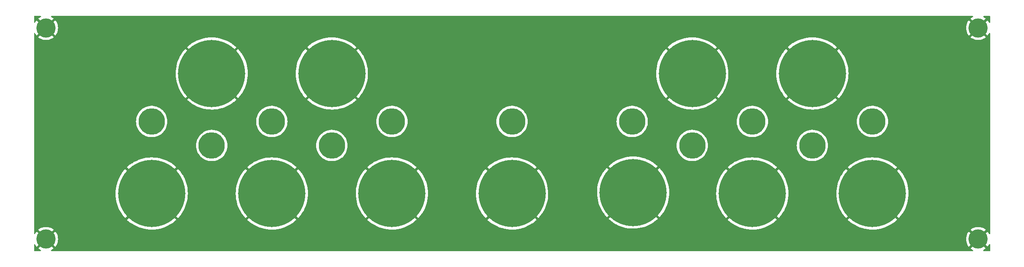
<source format=gbr>
G04 #@! TF.GenerationSoftware,KiCad,Pcbnew,(6.0.5)*
G04 #@! TF.CreationDate,2022-06-09T22:13:04-05:00*
G04 #@! TF.ProjectId,KosmoPulsePanel,4b6f736d-6f50-4756-9c73-6550616e656c,rev?*
G04 #@! TF.SameCoordinates,Original*
G04 #@! TF.FileFunction,Copper,L2,Bot*
G04 #@! TF.FilePolarity,Positive*
%FSLAX46Y46*%
G04 Gerber Fmt 4.6, Leading zero omitted, Abs format (unit mm)*
G04 Created by KiCad (PCBNEW (6.0.5)) date 2022-06-09 22:13:04*
%MOMM*%
%LPD*%
G01*
G04 APERTURE LIST*
G04 #@! TA.AperFunction,ComponentPad*
%ADD10C,5.500000*%
G04 #@! TD*
G04 #@! TA.AperFunction,ComponentPad*
%ADD11C,14.000000*%
G04 #@! TD*
G04 #@! TA.AperFunction,ComponentPad*
%ADD12C,4.000000*%
G04 #@! TD*
G04 APERTURE END LIST*
D10*
X112500000Y-127500000D03*
X75000000Y-122500000D03*
D11*
X225000000Y-137500000D03*
X87500000Y-112500000D03*
X75000000Y-137500000D03*
X112500000Y-112500000D03*
X187500000Y-112500000D03*
X100000000Y-137500000D03*
D10*
X212500000Y-127500000D03*
X87500000Y-127500000D03*
X125000000Y-122500000D03*
D12*
X53000000Y-103000000D03*
D11*
X175200000Y-137300000D03*
D10*
X187500000Y-127500000D03*
D12*
X53000000Y-147000000D03*
D10*
X225000000Y-122500000D03*
X150000000Y-122500000D03*
X200000000Y-122500000D03*
D11*
X200000000Y-137500000D03*
X125000000Y-137500000D03*
X212500000Y-112500000D03*
D10*
X100000000Y-122500000D03*
X175000000Y-122500000D03*
D11*
X150000000Y-137500000D03*
D12*
X247000000Y-103000000D03*
X247000000Y-147000000D03*
G04 #@! TA.AperFunction,Conductor*
G36*
X51903424Y-100528502D02*
G01*
X51949917Y-100582158D01*
X51960021Y-100652432D01*
X51930527Y-100717012D01*
X51896004Y-100744915D01*
X51656961Y-100876330D01*
X51650281Y-100880570D01*
X51427177Y-101042664D01*
X51418754Y-101053587D01*
X51425658Y-101066448D01*
X52987188Y-102627978D01*
X53001132Y-102635592D01*
X53002965Y-102635461D01*
X53009580Y-102631210D01*
X54574666Y-101066124D01*
X54581279Y-101054013D01*
X54572452Y-101042395D01*
X54349719Y-100880570D01*
X54343039Y-100876330D01*
X54103996Y-100744915D01*
X54053937Y-100694569D01*
X54039044Y-100625152D01*
X54064045Y-100558703D01*
X54121002Y-100516319D01*
X54164697Y-100508500D01*
X245835303Y-100508500D01*
X245903424Y-100528502D01*
X245949917Y-100582158D01*
X245960021Y-100652432D01*
X245930527Y-100717012D01*
X245896004Y-100744915D01*
X245656961Y-100876330D01*
X245650281Y-100880570D01*
X245427177Y-101042664D01*
X245418754Y-101053587D01*
X245425658Y-101066448D01*
X246987188Y-102627978D01*
X247001132Y-102635592D01*
X247002965Y-102635461D01*
X247009580Y-102631210D01*
X248574666Y-101066124D01*
X248581279Y-101054013D01*
X248572452Y-101042395D01*
X248349719Y-100880570D01*
X248343039Y-100876330D01*
X248103996Y-100744915D01*
X248053937Y-100694569D01*
X248039044Y-100625152D01*
X248064045Y-100558703D01*
X248121002Y-100516319D01*
X248164697Y-100508500D01*
X249365500Y-100508500D01*
X249433621Y-100528502D01*
X249480114Y-100582158D01*
X249491500Y-100634500D01*
X249491500Y-101840640D01*
X249471498Y-101908761D01*
X249417842Y-101955254D01*
X249347568Y-101965358D01*
X249282988Y-101935864D01*
X249251492Y-101894288D01*
X249203810Y-101792959D01*
X249199999Y-101786026D01*
X249035149Y-101526264D01*
X249030505Y-101519871D01*
X248955503Y-101429210D01*
X248942986Y-101420755D01*
X248932248Y-101426962D01*
X247372022Y-102987188D01*
X247364408Y-103001132D01*
X247364539Y-103002965D01*
X247368790Y-103009580D01*
X248931145Y-104571935D01*
X248944407Y-104579177D01*
X248954512Y-104571988D01*
X249030505Y-104480129D01*
X249035149Y-104473736D01*
X249199999Y-104213974D01*
X249203810Y-104207041D01*
X249251492Y-104105712D01*
X249298594Y-104052591D01*
X249366939Y-104033368D01*
X249434827Y-104054147D01*
X249480704Y-104108330D01*
X249491500Y-104159360D01*
X249491500Y-145840640D01*
X249471498Y-145908761D01*
X249417842Y-145955254D01*
X249347568Y-145965358D01*
X249282988Y-145935864D01*
X249251492Y-145894288D01*
X249203810Y-145792959D01*
X249199999Y-145786026D01*
X249035149Y-145526264D01*
X249030505Y-145519871D01*
X248955503Y-145429210D01*
X248942986Y-145420755D01*
X248932248Y-145426962D01*
X247372022Y-146987188D01*
X247364408Y-147001132D01*
X247364539Y-147002965D01*
X247368790Y-147009580D01*
X248931145Y-148571935D01*
X248944407Y-148579177D01*
X248954512Y-148571988D01*
X249030505Y-148480129D01*
X249035149Y-148473736D01*
X249199999Y-148213974D01*
X249203810Y-148207041D01*
X249251492Y-148105712D01*
X249298594Y-148052591D01*
X249366939Y-148033368D01*
X249434827Y-148054147D01*
X249480704Y-148108330D01*
X249491500Y-148159360D01*
X249491500Y-149365500D01*
X249471498Y-149433621D01*
X249417842Y-149480114D01*
X249365500Y-149491500D01*
X248164697Y-149491500D01*
X248096576Y-149471498D01*
X248050083Y-149417842D01*
X248039979Y-149347568D01*
X248069473Y-149282988D01*
X248103996Y-149255085D01*
X248343039Y-149123670D01*
X248349719Y-149119430D01*
X248572823Y-148957336D01*
X248581246Y-148946413D01*
X248574342Y-148933552D01*
X247012812Y-147372022D01*
X246998868Y-147364408D01*
X246997035Y-147364539D01*
X246990420Y-147368790D01*
X245425334Y-148933876D01*
X245418721Y-148945987D01*
X245427548Y-148957605D01*
X245650281Y-149119430D01*
X245656961Y-149123670D01*
X245896004Y-149255085D01*
X245946063Y-149305431D01*
X245960956Y-149374848D01*
X245935955Y-149441297D01*
X245878998Y-149483681D01*
X245835303Y-149491500D01*
X54164697Y-149491500D01*
X54096576Y-149471498D01*
X54050083Y-149417842D01*
X54039979Y-149347568D01*
X54069473Y-149282988D01*
X54103996Y-149255085D01*
X54343039Y-149123670D01*
X54349719Y-149119430D01*
X54572823Y-148957336D01*
X54581246Y-148946413D01*
X54574342Y-148933552D01*
X53012812Y-147372022D01*
X52998868Y-147364408D01*
X52997035Y-147364539D01*
X52990420Y-147368790D01*
X51425334Y-148933876D01*
X51418721Y-148945987D01*
X51427548Y-148957605D01*
X51650281Y-149119430D01*
X51656961Y-149123670D01*
X51896004Y-149255085D01*
X51946063Y-149305431D01*
X51960956Y-149374848D01*
X51935955Y-149441297D01*
X51878998Y-149483681D01*
X51835303Y-149491500D01*
X50634500Y-149491500D01*
X50566379Y-149471498D01*
X50519886Y-149417842D01*
X50508500Y-149365500D01*
X50508500Y-148159360D01*
X50528502Y-148091239D01*
X50582158Y-148044746D01*
X50652432Y-148034642D01*
X50717012Y-148064136D01*
X50748508Y-148105712D01*
X50796190Y-148207041D01*
X50800001Y-148213974D01*
X50964851Y-148473736D01*
X50969495Y-148480129D01*
X51044497Y-148570790D01*
X51057014Y-148579245D01*
X51067752Y-148573038D01*
X52627978Y-147012812D01*
X52634356Y-147001132D01*
X53364408Y-147001132D01*
X53364539Y-147002965D01*
X53368790Y-147009580D01*
X54931145Y-148571935D01*
X54944407Y-148579177D01*
X54954512Y-148571988D01*
X55030505Y-148480129D01*
X55035149Y-148473736D01*
X55199999Y-148213974D01*
X55203811Y-148207041D01*
X55334801Y-147928672D01*
X55337716Y-147921309D01*
X55432783Y-147628723D01*
X55434754Y-147621046D01*
X55492400Y-147318855D01*
X55493393Y-147310994D01*
X55512710Y-147003958D01*
X244487290Y-147003958D01*
X244506607Y-147310994D01*
X244507600Y-147318855D01*
X244565246Y-147621046D01*
X244567217Y-147628723D01*
X244662284Y-147921309D01*
X244665199Y-147928672D01*
X244796189Y-148207041D01*
X244800001Y-148213974D01*
X244964851Y-148473736D01*
X244969495Y-148480129D01*
X245044497Y-148570790D01*
X245057014Y-148579245D01*
X245067752Y-148573038D01*
X246627978Y-147012812D01*
X246635592Y-146998868D01*
X246635461Y-146997035D01*
X246631210Y-146990420D01*
X245068855Y-145428065D01*
X245055593Y-145420823D01*
X245045488Y-145428012D01*
X244969495Y-145519871D01*
X244964851Y-145526264D01*
X244800001Y-145786026D01*
X244796189Y-145792959D01*
X244665199Y-146071328D01*
X244662284Y-146078691D01*
X244567217Y-146371277D01*
X244565246Y-146378954D01*
X244507600Y-146681145D01*
X244506607Y-146689006D01*
X244487290Y-146996042D01*
X244487290Y-147003958D01*
X55512710Y-147003958D01*
X55512710Y-146996042D01*
X55493393Y-146689006D01*
X55492400Y-146681145D01*
X55434754Y-146378954D01*
X55432783Y-146371277D01*
X55337716Y-146078691D01*
X55334801Y-146071328D01*
X55203811Y-145792959D01*
X55199999Y-145786026D01*
X55035149Y-145526264D01*
X55030505Y-145519871D01*
X54955503Y-145429210D01*
X54942986Y-145420755D01*
X54932248Y-145426962D01*
X53372022Y-146987188D01*
X53364408Y-147001132D01*
X52634356Y-147001132D01*
X52635592Y-146998868D01*
X52635461Y-146997035D01*
X52631210Y-146990420D01*
X51068855Y-145428065D01*
X51055593Y-145420823D01*
X51045488Y-145428012D01*
X50969495Y-145519871D01*
X50964851Y-145526264D01*
X50800001Y-145786026D01*
X50796190Y-145792959D01*
X50748508Y-145894288D01*
X50701406Y-145947409D01*
X50633061Y-145966632D01*
X50565173Y-145945853D01*
X50519296Y-145891670D01*
X50508500Y-145840640D01*
X50508500Y-145053587D01*
X51418754Y-145053587D01*
X51425658Y-145066448D01*
X52987188Y-146627978D01*
X53001132Y-146635592D01*
X53002965Y-146635461D01*
X53009580Y-146631210D01*
X54574666Y-145066124D01*
X54581279Y-145054013D01*
X54580955Y-145053587D01*
X245418754Y-145053587D01*
X245425658Y-145066448D01*
X246987188Y-146627978D01*
X247001132Y-146635592D01*
X247002965Y-146635461D01*
X247009580Y-146631210D01*
X248574666Y-145066124D01*
X248581279Y-145054013D01*
X248572452Y-145042395D01*
X248349719Y-144880570D01*
X248343039Y-144876330D01*
X248073428Y-144728110D01*
X248066293Y-144724753D01*
X247780230Y-144611492D01*
X247772704Y-144609047D01*
X247474721Y-144532538D01*
X247466950Y-144531055D01*
X247161722Y-144492497D01*
X247153831Y-144492000D01*
X246846169Y-144492000D01*
X246838278Y-144492497D01*
X246533050Y-144531055D01*
X246525279Y-144532538D01*
X246227296Y-144609047D01*
X246219770Y-144611492D01*
X245933707Y-144724753D01*
X245926572Y-144728110D01*
X245656961Y-144876330D01*
X245650281Y-144880570D01*
X245427177Y-145042664D01*
X245418754Y-145053587D01*
X54580955Y-145053587D01*
X54572452Y-145042395D01*
X54349719Y-144880570D01*
X54343039Y-144876330D01*
X54073428Y-144728110D01*
X54066293Y-144724753D01*
X53780230Y-144611492D01*
X53772704Y-144609047D01*
X53474721Y-144532538D01*
X53466950Y-144531055D01*
X53161722Y-144492497D01*
X53153831Y-144492000D01*
X52846169Y-144492000D01*
X52838278Y-144492497D01*
X52533050Y-144531055D01*
X52525279Y-144532538D01*
X52227296Y-144609047D01*
X52219770Y-144611492D01*
X51933707Y-144724753D01*
X51926572Y-144728110D01*
X51656961Y-144876330D01*
X51650281Y-144880570D01*
X51427177Y-145042664D01*
X51418754Y-145053587D01*
X50508500Y-145053587D01*
X50508500Y-142987102D01*
X69878438Y-142987102D01*
X69878462Y-142987441D01*
X69884285Y-142996073D01*
X70128991Y-143219913D01*
X70132445Y-143222852D01*
X70550430Y-143553550D01*
X70554067Y-143556222D01*
X70994618Y-143856182D01*
X70998446Y-143858593D01*
X71459337Y-144126300D01*
X71463309Y-144128421D01*
X71942148Y-144362483D01*
X71946284Y-144364325D01*
X72440627Y-144563551D01*
X72444871Y-144565087D01*
X72952218Y-144728467D01*
X72956539Y-144729689D01*
X73474254Y-144856374D01*
X73478695Y-144857294D01*
X74004141Y-144946637D01*
X74008595Y-144947232D01*
X74539106Y-144998782D01*
X74543579Y-144999056D01*
X75076427Y-145012543D01*
X75080930Y-145012496D01*
X75613352Y-144987853D01*
X75617836Y-144987485D01*
X76147152Y-144924836D01*
X76151591Y-144924149D01*
X76675087Y-144823814D01*
X76679446Y-144822815D01*
X77194414Y-144685311D01*
X77198727Y-144683992D01*
X77702525Y-144510028D01*
X77706740Y-144508402D01*
X78196805Y-144298866D01*
X78200892Y-144296943D01*
X78674731Y-144052900D01*
X78678658Y-144050696D01*
X79133828Y-143773404D01*
X79137624Y-143770901D01*
X79571786Y-143461788D01*
X79575372Y-143459036D01*
X79986362Y-143119640D01*
X79989705Y-143116672D01*
X80113630Y-142998453D01*
X80120179Y-142987102D01*
X94878438Y-142987102D01*
X94878462Y-142987441D01*
X94884285Y-142996073D01*
X95128991Y-143219913D01*
X95132445Y-143222852D01*
X95550430Y-143553550D01*
X95554067Y-143556222D01*
X95994618Y-143856182D01*
X95998446Y-143858593D01*
X96459337Y-144126300D01*
X96463309Y-144128421D01*
X96942148Y-144362483D01*
X96946284Y-144364325D01*
X97440627Y-144563551D01*
X97444871Y-144565087D01*
X97952218Y-144728467D01*
X97956539Y-144729689D01*
X98474254Y-144856374D01*
X98478695Y-144857294D01*
X99004141Y-144946637D01*
X99008595Y-144947232D01*
X99539106Y-144998782D01*
X99543579Y-144999056D01*
X100076427Y-145012543D01*
X100080930Y-145012496D01*
X100613352Y-144987853D01*
X100617836Y-144987485D01*
X101147152Y-144924836D01*
X101151591Y-144924149D01*
X101675087Y-144823814D01*
X101679446Y-144822815D01*
X102194414Y-144685311D01*
X102198727Y-144683992D01*
X102702525Y-144510028D01*
X102706740Y-144508402D01*
X103196805Y-144298866D01*
X103200892Y-144296943D01*
X103674731Y-144052900D01*
X103678658Y-144050696D01*
X104133828Y-143773404D01*
X104137624Y-143770901D01*
X104571786Y-143461788D01*
X104575372Y-143459036D01*
X104986362Y-143119640D01*
X104989705Y-143116672D01*
X105113630Y-142998453D01*
X105120179Y-142987102D01*
X119878438Y-142987102D01*
X119878462Y-142987441D01*
X119884285Y-142996073D01*
X120128991Y-143219913D01*
X120132445Y-143222852D01*
X120550430Y-143553550D01*
X120554067Y-143556222D01*
X120994618Y-143856182D01*
X120998446Y-143858593D01*
X121459337Y-144126300D01*
X121463309Y-144128421D01*
X121942148Y-144362483D01*
X121946284Y-144364325D01*
X122440627Y-144563551D01*
X122444871Y-144565087D01*
X122952218Y-144728467D01*
X122956539Y-144729689D01*
X123474254Y-144856374D01*
X123478695Y-144857294D01*
X124004141Y-144946637D01*
X124008595Y-144947232D01*
X124539106Y-144998782D01*
X124543579Y-144999056D01*
X125076427Y-145012543D01*
X125080930Y-145012496D01*
X125613352Y-144987853D01*
X125617836Y-144987485D01*
X126147152Y-144924836D01*
X126151591Y-144924149D01*
X126675087Y-144823814D01*
X126679446Y-144822815D01*
X127194414Y-144685311D01*
X127198727Y-144683992D01*
X127702525Y-144510028D01*
X127706740Y-144508402D01*
X128196805Y-144298866D01*
X128200892Y-144296943D01*
X128674731Y-144052900D01*
X128678658Y-144050696D01*
X129133828Y-143773404D01*
X129137624Y-143770901D01*
X129571786Y-143461788D01*
X129575372Y-143459036D01*
X129986362Y-143119640D01*
X129989705Y-143116672D01*
X130113630Y-142998453D01*
X130120179Y-142987102D01*
X144878438Y-142987102D01*
X144878462Y-142987441D01*
X144884285Y-142996073D01*
X145128991Y-143219913D01*
X145132445Y-143222852D01*
X145550430Y-143553550D01*
X145554067Y-143556222D01*
X145994618Y-143856182D01*
X145998446Y-143858593D01*
X146459337Y-144126300D01*
X146463309Y-144128421D01*
X146942148Y-144362483D01*
X146946284Y-144364325D01*
X147440627Y-144563551D01*
X147444871Y-144565087D01*
X147952218Y-144728467D01*
X147956539Y-144729689D01*
X148474254Y-144856374D01*
X148478695Y-144857294D01*
X149004141Y-144946637D01*
X149008595Y-144947232D01*
X149539106Y-144998782D01*
X149543579Y-144999056D01*
X150076427Y-145012543D01*
X150080930Y-145012496D01*
X150613352Y-144987853D01*
X150617836Y-144987485D01*
X151147152Y-144924836D01*
X151151591Y-144924149D01*
X151675087Y-144823814D01*
X151679446Y-144822815D01*
X152194414Y-144685311D01*
X152198727Y-144683992D01*
X152702525Y-144510028D01*
X152706740Y-144508402D01*
X153196805Y-144298866D01*
X153200892Y-144296943D01*
X153674731Y-144052900D01*
X153678658Y-144050696D01*
X154133828Y-143773404D01*
X154137624Y-143770901D01*
X154571786Y-143461788D01*
X154575372Y-143459036D01*
X154986362Y-143119640D01*
X154989705Y-143116672D01*
X155113630Y-142998453D01*
X155121568Y-142984695D01*
X155121518Y-142983649D01*
X155116625Y-142975835D01*
X154927892Y-142787102D01*
X170078438Y-142787102D01*
X170078462Y-142787441D01*
X170084285Y-142796073D01*
X170328991Y-143019913D01*
X170332445Y-143022852D01*
X170750430Y-143353550D01*
X170754067Y-143356222D01*
X171194618Y-143656182D01*
X171198446Y-143658593D01*
X171659337Y-143926300D01*
X171663309Y-143928421D01*
X172142148Y-144162483D01*
X172146284Y-144164325D01*
X172640627Y-144363551D01*
X172644871Y-144365087D01*
X173152218Y-144528467D01*
X173156539Y-144529689D01*
X173674254Y-144656374D01*
X173678695Y-144657294D01*
X174204141Y-144746637D01*
X174208595Y-144747232D01*
X174739106Y-144798782D01*
X174743579Y-144799056D01*
X175276427Y-144812543D01*
X175280930Y-144812496D01*
X175813352Y-144787853D01*
X175817836Y-144787485D01*
X176347152Y-144724836D01*
X176351591Y-144724149D01*
X176875087Y-144623814D01*
X176879446Y-144622815D01*
X177394414Y-144485311D01*
X177398727Y-144483992D01*
X177902525Y-144310028D01*
X177906740Y-144308402D01*
X178396805Y-144098866D01*
X178400892Y-144096943D01*
X178874731Y-143852900D01*
X178878658Y-143850696D01*
X179333828Y-143573404D01*
X179337624Y-143570901D01*
X179771786Y-143261788D01*
X179775372Y-143259036D01*
X180104669Y-142987102D01*
X194878438Y-142987102D01*
X194878462Y-142987441D01*
X194884285Y-142996073D01*
X195128991Y-143219913D01*
X195132445Y-143222852D01*
X195550430Y-143553550D01*
X195554067Y-143556222D01*
X195994618Y-143856182D01*
X195998446Y-143858593D01*
X196459337Y-144126300D01*
X196463309Y-144128421D01*
X196942148Y-144362483D01*
X196946284Y-144364325D01*
X197440627Y-144563551D01*
X197444871Y-144565087D01*
X197952218Y-144728467D01*
X197956539Y-144729689D01*
X198474254Y-144856374D01*
X198478695Y-144857294D01*
X199004141Y-144946637D01*
X199008595Y-144947232D01*
X199539106Y-144998782D01*
X199543579Y-144999056D01*
X200076427Y-145012543D01*
X200080930Y-145012496D01*
X200613352Y-144987853D01*
X200617836Y-144987485D01*
X201147152Y-144924836D01*
X201151591Y-144924149D01*
X201675087Y-144823814D01*
X201679446Y-144822815D01*
X202194414Y-144685311D01*
X202198727Y-144683992D01*
X202702525Y-144510028D01*
X202706740Y-144508402D01*
X203196805Y-144298866D01*
X203200892Y-144296943D01*
X203674731Y-144052900D01*
X203678658Y-144050696D01*
X204133828Y-143773404D01*
X204137624Y-143770901D01*
X204571786Y-143461788D01*
X204575372Y-143459036D01*
X204986362Y-143119640D01*
X204989705Y-143116672D01*
X205113630Y-142998453D01*
X205120179Y-142987102D01*
X219878438Y-142987102D01*
X219878462Y-142987441D01*
X219884285Y-142996073D01*
X220128991Y-143219913D01*
X220132445Y-143222852D01*
X220550430Y-143553550D01*
X220554067Y-143556222D01*
X220994618Y-143856182D01*
X220998446Y-143858593D01*
X221459337Y-144126300D01*
X221463309Y-144128421D01*
X221942148Y-144362483D01*
X221946284Y-144364325D01*
X222440627Y-144563551D01*
X222444871Y-144565087D01*
X222952218Y-144728467D01*
X222956539Y-144729689D01*
X223474254Y-144856374D01*
X223478695Y-144857294D01*
X224004141Y-144946637D01*
X224008595Y-144947232D01*
X224539106Y-144998782D01*
X224543579Y-144999056D01*
X225076427Y-145012543D01*
X225080930Y-145012496D01*
X225613352Y-144987853D01*
X225617836Y-144987485D01*
X226147152Y-144924836D01*
X226151591Y-144924149D01*
X226675087Y-144823814D01*
X226679446Y-144822815D01*
X227194414Y-144685311D01*
X227198727Y-144683992D01*
X227702525Y-144510028D01*
X227706740Y-144508402D01*
X228196805Y-144298866D01*
X228200892Y-144296943D01*
X228674731Y-144052900D01*
X228678658Y-144050696D01*
X229133828Y-143773404D01*
X229137624Y-143770901D01*
X229571786Y-143461788D01*
X229575372Y-143459036D01*
X229986362Y-143119640D01*
X229989705Y-143116672D01*
X230113630Y-142998453D01*
X230121568Y-142984695D01*
X230121518Y-142983649D01*
X230116625Y-142975835D01*
X225012812Y-137872022D01*
X224998868Y-137864408D01*
X224997035Y-137864539D01*
X224990420Y-137868790D01*
X219886052Y-142973158D01*
X219878438Y-142987102D01*
X205120179Y-142987102D01*
X205121568Y-142984695D01*
X205121518Y-142983649D01*
X205116625Y-142975835D01*
X200012812Y-137872022D01*
X199998868Y-137864408D01*
X199997035Y-137864539D01*
X199990420Y-137868790D01*
X194886052Y-142973158D01*
X194878438Y-142987102D01*
X180104669Y-142987102D01*
X180186362Y-142919640D01*
X180189705Y-142916672D01*
X180313630Y-142798453D01*
X180321568Y-142784695D01*
X180321518Y-142783649D01*
X180316625Y-142775835D01*
X175212812Y-137672022D01*
X175198868Y-137664408D01*
X175197035Y-137664539D01*
X175190420Y-137668790D01*
X170086052Y-142773158D01*
X170078438Y-142787102D01*
X154927892Y-142787102D01*
X150012812Y-137872022D01*
X149998868Y-137864408D01*
X149997035Y-137864539D01*
X149990420Y-137868790D01*
X144886052Y-142973158D01*
X144878438Y-142987102D01*
X130120179Y-142987102D01*
X130121568Y-142984695D01*
X130121518Y-142983649D01*
X130116625Y-142975835D01*
X125012812Y-137872022D01*
X124998868Y-137864408D01*
X124997035Y-137864539D01*
X124990420Y-137868790D01*
X119886052Y-142973158D01*
X119878438Y-142987102D01*
X105120179Y-142987102D01*
X105121568Y-142984695D01*
X105121518Y-142983649D01*
X105116625Y-142975835D01*
X100012812Y-137872022D01*
X99998868Y-137864408D01*
X99997035Y-137864539D01*
X99990420Y-137868790D01*
X94886052Y-142973158D01*
X94878438Y-142987102D01*
X80120179Y-142987102D01*
X80121568Y-142984695D01*
X80121518Y-142983649D01*
X80116625Y-142975835D01*
X75012812Y-137872022D01*
X74998868Y-137864408D01*
X74997035Y-137864539D01*
X74990420Y-137868790D01*
X69886052Y-142973158D01*
X69878438Y-142987102D01*
X50508500Y-142987102D01*
X50508500Y-137550201D01*
X67487236Y-137550201D01*
X67487267Y-137554699D01*
X67510052Y-138087215D01*
X67510404Y-138091696D01*
X67571206Y-138621240D01*
X67571874Y-138625659D01*
X67670381Y-139149497D01*
X67671370Y-139153884D01*
X67807070Y-139669308D01*
X67808381Y-139673648D01*
X67980581Y-140178039D01*
X67982188Y-140182249D01*
X68190028Y-140673079D01*
X68191917Y-140677129D01*
X68434314Y-141151836D01*
X68436507Y-141155776D01*
X68712217Y-141611925D01*
X68714678Y-141615685D01*
X69022290Y-142050947D01*
X69025036Y-142054552D01*
X69362987Y-142466712D01*
X69365944Y-142470066D01*
X69501751Y-142613428D01*
X69515482Y-142621415D01*
X69516410Y-142621374D01*
X69524399Y-142616391D01*
X74627978Y-137512812D01*
X74634356Y-137501132D01*
X75364408Y-137501132D01*
X75364539Y-137502965D01*
X75368790Y-137509580D01*
X80473389Y-142614179D01*
X80487333Y-142621793D01*
X80487556Y-142621778D01*
X80496338Y-142615831D01*
X80736905Y-142350987D01*
X80739793Y-142347570D01*
X81069044Y-141928414D01*
X81071701Y-141924771D01*
X81370130Y-141483164D01*
X81372526Y-141479329D01*
X81638617Y-141017514D01*
X81640726Y-141013531D01*
X81873116Y-140533878D01*
X81874941Y-140529741D01*
X82072446Y-140034690D01*
X82073961Y-140030460D01*
X82235567Y-139522549D01*
X82236781Y-139518202D01*
X82361661Y-139000034D01*
X82362555Y-138995638D01*
X82450064Y-138469885D01*
X82450649Y-138465380D01*
X82500363Y-137934517D01*
X82500613Y-137930439D01*
X82511566Y-137550201D01*
X92487236Y-137550201D01*
X92487267Y-137554699D01*
X92510052Y-138087215D01*
X92510404Y-138091696D01*
X92571206Y-138621240D01*
X92571874Y-138625659D01*
X92670381Y-139149497D01*
X92671370Y-139153884D01*
X92807070Y-139669308D01*
X92808381Y-139673648D01*
X92980581Y-140178039D01*
X92982188Y-140182249D01*
X93190028Y-140673079D01*
X93191917Y-140677129D01*
X93434314Y-141151836D01*
X93436507Y-141155776D01*
X93712217Y-141611925D01*
X93714678Y-141615685D01*
X94022290Y-142050947D01*
X94025036Y-142054552D01*
X94362987Y-142466712D01*
X94365944Y-142470066D01*
X94501751Y-142613428D01*
X94515482Y-142621415D01*
X94516410Y-142621374D01*
X94524399Y-142616391D01*
X99627978Y-137512812D01*
X99634356Y-137501132D01*
X100364408Y-137501132D01*
X100364539Y-137502965D01*
X100368790Y-137509580D01*
X105473389Y-142614179D01*
X105487333Y-142621793D01*
X105487556Y-142621778D01*
X105496338Y-142615831D01*
X105736905Y-142350987D01*
X105739793Y-142347570D01*
X106069044Y-141928414D01*
X106071701Y-141924771D01*
X106370130Y-141483164D01*
X106372526Y-141479329D01*
X106638617Y-141017514D01*
X106640726Y-141013531D01*
X106873116Y-140533878D01*
X106874941Y-140529741D01*
X107072446Y-140034690D01*
X107073961Y-140030460D01*
X107235567Y-139522549D01*
X107236781Y-139518202D01*
X107361661Y-139000034D01*
X107362555Y-138995638D01*
X107450064Y-138469885D01*
X107450649Y-138465380D01*
X107500363Y-137934517D01*
X107500613Y-137930439D01*
X107511566Y-137550201D01*
X117487236Y-137550201D01*
X117487267Y-137554699D01*
X117510052Y-138087215D01*
X117510404Y-138091696D01*
X117571206Y-138621240D01*
X117571874Y-138625659D01*
X117670381Y-139149497D01*
X117671370Y-139153884D01*
X117807070Y-139669308D01*
X117808381Y-139673648D01*
X117980581Y-140178039D01*
X117982188Y-140182249D01*
X118190028Y-140673079D01*
X118191917Y-140677129D01*
X118434314Y-141151836D01*
X118436507Y-141155776D01*
X118712217Y-141611925D01*
X118714678Y-141615685D01*
X119022290Y-142050947D01*
X119025036Y-142054552D01*
X119362987Y-142466712D01*
X119365944Y-142470066D01*
X119501751Y-142613428D01*
X119515482Y-142621415D01*
X119516410Y-142621374D01*
X119524399Y-142616391D01*
X124627978Y-137512812D01*
X124634356Y-137501132D01*
X125364408Y-137501132D01*
X125364539Y-137502965D01*
X125368790Y-137509580D01*
X130473389Y-142614179D01*
X130487333Y-142621793D01*
X130487556Y-142621778D01*
X130496338Y-142615831D01*
X130736905Y-142350987D01*
X130739793Y-142347570D01*
X131069044Y-141928414D01*
X131071701Y-141924771D01*
X131370130Y-141483164D01*
X131372526Y-141479329D01*
X131638617Y-141017514D01*
X131640726Y-141013531D01*
X131873116Y-140533878D01*
X131874941Y-140529741D01*
X132072446Y-140034690D01*
X132073961Y-140030460D01*
X132235567Y-139522549D01*
X132236781Y-139518202D01*
X132361661Y-139000034D01*
X132362555Y-138995638D01*
X132450064Y-138469885D01*
X132450649Y-138465380D01*
X132500363Y-137934517D01*
X132500613Y-137930439D01*
X132511566Y-137550201D01*
X142487236Y-137550201D01*
X142487267Y-137554699D01*
X142510052Y-138087215D01*
X142510404Y-138091696D01*
X142571206Y-138621240D01*
X142571874Y-138625659D01*
X142670381Y-139149497D01*
X142671370Y-139153884D01*
X142807070Y-139669308D01*
X142808381Y-139673648D01*
X142980581Y-140178039D01*
X142982188Y-140182249D01*
X143190028Y-140673079D01*
X143191917Y-140677129D01*
X143434314Y-141151836D01*
X143436507Y-141155776D01*
X143712217Y-141611925D01*
X143714678Y-141615685D01*
X144022290Y-142050947D01*
X144025036Y-142054552D01*
X144362987Y-142466712D01*
X144365944Y-142470066D01*
X144501751Y-142613428D01*
X144515482Y-142621415D01*
X144516410Y-142621374D01*
X144524399Y-142616391D01*
X149627978Y-137512812D01*
X149634356Y-137501132D01*
X150364408Y-137501132D01*
X150364539Y-137502965D01*
X150368790Y-137509580D01*
X155473389Y-142614179D01*
X155487333Y-142621793D01*
X155487556Y-142621778D01*
X155496338Y-142615831D01*
X155736905Y-142350987D01*
X155739793Y-142347570D01*
X156069044Y-141928414D01*
X156071701Y-141924771D01*
X156370130Y-141483164D01*
X156372526Y-141479329D01*
X156638617Y-141017514D01*
X156640726Y-141013531D01*
X156873116Y-140533878D01*
X156874941Y-140529741D01*
X157072446Y-140034690D01*
X157073961Y-140030460D01*
X157235567Y-139522549D01*
X157236781Y-139518202D01*
X157361661Y-139000034D01*
X157362555Y-138995638D01*
X157450064Y-138469885D01*
X157450649Y-138465380D01*
X157500363Y-137934517D01*
X157500613Y-137930439D01*
X157512954Y-137502024D01*
X157512939Y-137497967D01*
X157507650Y-137350201D01*
X167687236Y-137350201D01*
X167687267Y-137354699D01*
X167710052Y-137887215D01*
X167710404Y-137891696D01*
X167771206Y-138421240D01*
X167771874Y-138425659D01*
X167870381Y-138949497D01*
X167871370Y-138953884D01*
X168007070Y-139469308D01*
X168008381Y-139473648D01*
X168180581Y-139978039D01*
X168182188Y-139982249D01*
X168390028Y-140473079D01*
X168391917Y-140477129D01*
X168634314Y-140951836D01*
X168636507Y-140955776D01*
X168912217Y-141411925D01*
X168914678Y-141415685D01*
X169222290Y-141850947D01*
X169225036Y-141854552D01*
X169562987Y-142266712D01*
X169565944Y-142270066D01*
X169701751Y-142413428D01*
X169715482Y-142421415D01*
X169716410Y-142421374D01*
X169724399Y-142416391D01*
X174827978Y-137312812D01*
X174834356Y-137301132D01*
X175564408Y-137301132D01*
X175564539Y-137302965D01*
X175568790Y-137309580D01*
X180673389Y-142414179D01*
X180687333Y-142421793D01*
X180687556Y-142421778D01*
X180696338Y-142415831D01*
X180936905Y-142150987D01*
X180939793Y-142147570D01*
X181269044Y-141728414D01*
X181271701Y-141724771D01*
X181570130Y-141283164D01*
X181572526Y-141279329D01*
X181838617Y-140817514D01*
X181840726Y-140813531D01*
X182073116Y-140333878D01*
X182074941Y-140329741D01*
X182272446Y-139834690D01*
X182273961Y-139830460D01*
X182435567Y-139322549D01*
X182436781Y-139318202D01*
X182561661Y-138800034D01*
X182562555Y-138795638D01*
X182650064Y-138269885D01*
X182650649Y-138265380D01*
X182700363Y-137734517D01*
X182700613Y-137730439D01*
X182705805Y-137550201D01*
X192487236Y-137550201D01*
X192487267Y-137554699D01*
X192510052Y-138087215D01*
X192510404Y-138091696D01*
X192571206Y-138621240D01*
X192571874Y-138625659D01*
X192670381Y-139149497D01*
X192671370Y-139153884D01*
X192807070Y-139669308D01*
X192808381Y-139673648D01*
X192980581Y-140178039D01*
X192982188Y-140182249D01*
X193190028Y-140673079D01*
X193191917Y-140677129D01*
X193434314Y-141151836D01*
X193436507Y-141155776D01*
X193712217Y-141611925D01*
X193714678Y-141615685D01*
X194022290Y-142050947D01*
X194025036Y-142054552D01*
X194362987Y-142466712D01*
X194365944Y-142470066D01*
X194501751Y-142613428D01*
X194515482Y-142621415D01*
X194516410Y-142621374D01*
X194524399Y-142616391D01*
X199627978Y-137512812D01*
X199634356Y-137501132D01*
X200364408Y-137501132D01*
X200364539Y-137502965D01*
X200368790Y-137509580D01*
X205473389Y-142614179D01*
X205487333Y-142621793D01*
X205487556Y-142621778D01*
X205496338Y-142615831D01*
X205736905Y-142350987D01*
X205739793Y-142347570D01*
X206069044Y-141928414D01*
X206071701Y-141924771D01*
X206370130Y-141483164D01*
X206372526Y-141479329D01*
X206638617Y-141017514D01*
X206640726Y-141013531D01*
X206873116Y-140533878D01*
X206874941Y-140529741D01*
X207072446Y-140034690D01*
X207073961Y-140030460D01*
X207235567Y-139522549D01*
X207236781Y-139518202D01*
X207361661Y-139000034D01*
X207362555Y-138995638D01*
X207450064Y-138469885D01*
X207450649Y-138465380D01*
X207500363Y-137934517D01*
X207500613Y-137930439D01*
X207511566Y-137550201D01*
X217487236Y-137550201D01*
X217487267Y-137554699D01*
X217510052Y-138087215D01*
X217510404Y-138091696D01*
X217571206Y-138621240D01*
X217571874Y-138625659D01*
X217670381Y-139149497D01*
X217671370Y-139153884D01*
X217807070Y-139669308D01*
X217808381Y-139673648D01*
X217980581Y-140178039D01*
X217982188Y-140182249D01*
X218190028Y-140673079D01*
X218191917Y-140677129D01*
X218434314Y-141151836D01*
X218436507Y-141155776D01*
X218712217Y-141611925D01*
X218714678Y-141615685D01*
X219022290Y-142050947D01*
X219025036Y-142054552D01*
X219362987Y-142466712D01*
X219365944Y-142470066D01*
X219501751Y-142613428D01*
X219515482Y-142621415D01*
X219516410Y-142621374D01*
X219524399Y-142616391D01*
X224627978Y-137512812D01*
X224634356Y-137501132D01*
X225364408Y-137501132D01*
X225364539Y-137502965D01*
X225368790Y-137509580D01*
X230473389Y-142614179D01*
X230487333Y-142621793D01*
X230487556Y-142621778D01*
X230496338Y-142615831D01*
X230736905Y-142350987D01*
X230739793Y-142347570D01*
X231069044Y-141928414D01*
X231071701Y-141924771D01*
X231370130Y-141483164D01*
X231372526Y-141479329D01*
X231638617Y-141017514D01*
X231640726Y-141013531D01*
X231873116Y-140533878D01*
X231874941Y-140529741D01*
X232072446Y-140034690D01*
X232073961Y-140030460D01*
X232235567Y-139522549D01*
X232236781Y-139518202D01*
X232361661Y-139000034D01*
X232362555Y-138995638D01*
X232450064Y-138469885D01*
X232450649Y-138465380D01*
X232500363Y-137934517D01*
X232500613Y-137930439D01*
X232512954Y-137502024D01*
X232512939Y-137497967D01*
X232493866Y-136965096D01*
X232493544Y-136960601D01*
X232436442Y-136430662D01*
X232435800Y-136426211D01*
X232340955Y-135901710D01*
X232339999Y-135897327D01*
X232207892Y-135380933D01*
X232206630Y-135376645D01*
X232037938Y-134871015D01*
X232036370Y-134866818D01*
X231831966Y-134374558D01*
X231830088Y-134370456D01*
X231591023Y-133894094D01*
X231588855Y-133890133D01*
X231316347Y-133432090D01*
X231313891Y-133428279D01*
X231009331Y-132990890D01*
X231006624Y-132987284D01*
X230671552Y-132572765D01*
X230668609Y-132569380D01*
X230498034Y-132386780D01*
X230484361Y-132378698D01*
X230483667Y-132378724D01*
X230475320Y-132383890D01*
X225372022Y-137487188D01*
X225364408Y-137501132D01*
X224634356Y-137501132D01*
X224635592Y-137498868D01*
X224635461Y-137497035D01*
X224631210Y-137490420D01*
X219527007Y-132386217D01*
X219513063Y-132378603D01*
X219512606Y-132378635D01*
X219504130Y-132384332D01*
X219297104Y-132609077D01*
X219294190Y-132612477D01*
X218962015Y-133029331D01*
X218959344Y-133032941D01*
X218657831Y-133472465D01*
X218655409Y-133476283D01*
X218386107Y-133936216D01*
X218383964Y-133940196D01*
X218148233Y-134418211D01*
X218146376Y-134422343D01*
X217945427Y-134915984D01*
X217943874Y-134920230D01*
X217778729Y-135426984D01*
X217777484Y-135431326D01*
X217648991Y-135948608D01*
X217648067Y-135952991D01*
X217556885Y-136478152D01*
X217556274Y-136482609D01*
X217502873Y-137012930D01*
X217502583Y-137017413D01*
X217487236Y-137550201D01*
X207511566Y-137550201D01*
X207512954Y-137502024D01*
X207512939Y-137497967D01*
X207493866Y-136965096D01*
X207493544Y-136960601D01*
X207436442Y-136430662D01*
X207435800Y-136426211D01*
X207340955Y-135901710D01*
X207339999Y-135897327D01*
X207207892Y-135380933D01*
X207206630Y-135376645D01*
X207037938Y-134871015D01*
X207036370Y-134866818D01*
X206831966Y-134374558D01*
X206830088Y-134370456D01*
X206591023Y-133894094D01*
X206588855Y-133890133D01*
X206316347Y-133432090D01*
X206313891Y-133428279D01*
X206009331Y-132990890D01*
X206006624Y-132987284D01*
X205671552Y-132572765D01*
X205668609Y-132569380D01*
X205498034Y-132386780D01*
X205484361Y-132378698D01*
X205483667Y-132378724D01*
X205475320Y-132383890D01*
X200372022Y-137487188D01*
X200364408Y-137501132D01*
X199634356Y-137501132D01*
X199635592Y-137498868D01*
X199635461Y-137497035D01*
X199631210Y-137490420D01*
X194527007Y-132386217D01*
X194513063Y-132378603D01*
X194512606Y-132378635D01*
X194504130Y-132384332D01*
X194297104Y-132609077D01*
X194294190Y-132612477D01*
X193962015Y-133029331D01*
X193959344Y-133032941D01*
X193657831Y-133472465D01*
X193655409Y-133476283D01*
X193386107Y-133936216D01*
X193383964Y-133940196D01*
X193148233Y-134418211D01*
X193146376Y-134422343D01*
X192945427Y-134915984D01*
X192943874Y-134920230D01*
X192778729Y-135426984D01*
X192777484Y-135431326D01*
X192648991Y-135948608D01*
X192648067Y-135952991D01*
X192556885Y-136478152D01*
X192556274Y-136482609D01*
X192502873Y-137012930D01*
X192502583Y-137017413D01*
X192487236Y-137550201D01*
X182705805Y-137550201D01*
X182712954Y-137302024D01*
X182712939Y-137297967D01*
X182693866Y-136765096D01*
X182693544Y-136760601D01*
X182636442Y-136230662D01*
X182635800Y-136226211D01*
X182540955Y-135701710D01*
X182539999Y-135697327D01*
X182407892Y-135180933D01*
X182406630Y-135176645D01*
X182237938Y-134671015D01*
X182236370Y-134666818D01*
X182031966Y-134174558D01*
X182030088Y-134170456D01*
X181791023Y-133694094D01*
X181788855Y-133690133D01*
X181516347Y-133232090D01*
X181513891Y-133228279D01*
X181209331Y-132790890D01*
X181206624Y-132787284D01*
X180871552Y-132372765D01*
X180868609Y-132369380D01*
X180698034Y-132186780D01*
X180684361Y-132178698D01*
X180683667Y-132178724D01*
X180675320Y-132183890D01*
X175572022Y-137287188D01*
X175564408Y-137301132D01*
X174834356Y-137301132D01*
X174835592Y-137298868D01*
X174835461Y-137297035D01*
X174831210Y-137290420D01*
X169727007Y-132186217D01*
X169713063Y-132178603D01*
X169712606Y-132178635D01*
X169704130Y-132184332D01*
X169497104Y-132409077D01*
X169494190Y-132412477D01*
X169162015Y-132829331D01*
X169159344Y-132832941D01*
X168857831Y-133272465D01*
X168855409Y-133276283D01*
X168586107Y-133736216D01*
X168583964Y-133740196D01*
X168348233Y-134218211D01*
X168346376Y-134222343D01*
X168145427Y-134715984D01*
X168143874Y-134720230D01*
X167978729Y-135226984D01*
X167977484Y-135231326D01*
X167848991Y-135748608D01*
X167848067Y-135752991D01*
X167756885Y-136278152D01*
X167756274Y-136282609D01*
X167702873Y-136812930D01*
X167702583Y-136817413D01*
X167687236Y-137350201D01*
X157507650Y-137350201D01*
X157493866Y-136965096D01*
X157493544Y-136960601D01*
X157436442Y-136430662D01*
X157435800Y-136426211D01*
X157340955Y-135901710D01*
X157339999Y-135897327D01*
X157207892Y-135380933D01*
X157206630Y-135376645D01*
X157037938Y-134871015D01*
X157036370Y-134866818D01*
X156831966Y-134374558D01*
X156830088Y-134370456D01*
X156591023Y-133894094D01*
X156588855Y-133890133D01*
X156316347Y-133432090D01*
X156313891Y-133428279D01*
X156009331Y-132990890D01*
X156006624Y-132987284D01*
X155671552Y-132572765D01*
X155668609Y-132569380D01*
X155498034Y-132386780D01*
X155484361Y-132378698D01*
X155483667Y-132378724D01*
X155475320Y-132383890D01*
X150372022Y-137487188D01*
X150364408Y-137501132D01*
X149634356Y-137501132D01*
X149635592Y-137498868D01*
X149635461Y-137497035D01*
X149631210Y-137490420D01*
X144527007Y-132386217D01*
X144513063Y-132378603D01*
X144512606Y-132378635D01*
X144504130Y-132384332D01*
X144297104Y-132609077D01*
X144294190Y-132612477D01*
X143962015Y-133029331D01*
X143959344Y-133032941D01*
X143657831Y-133472465D01*
X143655409Y-133476283D01*
X143386107Y-133936216D01*
X143383964Y-133940196D01*
X143148233Y-134418211D01*
X143146376Y-134422343D01*
X142945427Y-134915984D01*
X142943874Y-134920230D01*
X142778729Y-135426984D01*
X142777484Y-135431326D01*
X142648991Y-135948608D01*
X142648067Y-135952991D01*
X142556885Y-136478152D01*
X142556274Y-136482609D01*
X142502873Y-137012930D01*
X142502583Y-137017413D01*
X142487236Y-137550201D01*
X132511566Y-137550201D01*
X132512954Y-137502024D01*
X132512939Y-137497967D01*
X132493866Y-136965096D01*
X132493544Y-136960601D01*
X132436442Y-136430662D01*
X132435800Y-136426211D01*
X132340955Y-135901710D01*
X132339999Y-135897327D01*
X132207892Y-135380933D01*
X132206630Y-135376645D01*
X132037938Y-134871015D01*
X132036370Y-134866818D01*
X131831966Y-134374558D01*
X131830088Y-134370456D01*
X131591023Y-133894094D01*
X131588855Y-133890133D01*
X131316347Y-133432090D01*
X131313891Y-133428279D01*
X131009331Y-132990890D01*
X131006624Y-132987284D01*
X130671552Y-132572765D01*
X130668609Y-132569380D01*
X130498034Y-132386780D01*
X130484361Y-132378698D01*
X130483667Y-132378724D01*
X130475320Y-132383890D01*
X125372022Y-137487188D01*
X125364408Y-137501132D01*
X124634356Y-137501132D01*
X124635592Y-137498868D01*
X124635461Y-137497035D01*
X124631210Y-137490420D01*
X119527007Y-132386217D01*
X119513063Y-132378603D01*
X119512606Y-132378635D01*
X119504130Y-132384332D01*
X119297104Y-132609077D01*
X119294190Y-132612477D01*
X118962015Y-133029331D01*
X118959344Y-133032941D01*
X118657831Y-133472465D01*
X118655409Y-133476283D01*
X118386107Y-133936216D01*
X118383964Y-133940196D01*
X118148233Y-134418211D01*
X118146376Y-134422343D01*
X117945427Y-134915984D01*
X117943874Y-134920230D01*
X117778729Y-135426984D01*
X117777484Y-135431326D01*
X117648991Y-135948608D01*
X117648067Y-135952991D01*
X117556885Y-136478152D01*
X117556274Y-136482609D01*
X117502873Y-137012930D01*
X117502583Y-137017413D01*
X117487236Y-137550201D01*
X107511566Y-137550201D01*
X107512954Y-137502024D01*
X107512939Y-137497967D01*
X107493866Y-136965096D01*
X107493544Y-136960601D01*
X107436442Y-136430662D01*
X107435800Y-136426211D01*
X107340955Y-135901710D01*
X107339999Y-135897327D01*
X107207892Y-135380933D01*
X107206630Y-135376645D01*
X107037938Y-134871015D01*
X107036370Y-134866818D01*
X106831966Y-134374558D01*
X106830088Y-134370456D01*
X106591023Y-133894094D01*
X106588855Y-133890133D01*
X106316347Y-133432090D01*
X106313891Y-133428279D01*
X106009331Y-132990890D01*
X106006624Y-132987284D01*
X105671552Y-132572765D01*
X105668609Y-132569380D01*
X105498034Y-132386780D01*
X105484361Y-132378698D01*
X105483667Y-132378724D01*
X105475320Y-132383890D01*
X100372022Y-137487188D01*
X100364408Y-137501132D01*
X99634356Y-137501132D01*
X99635592Y-137498868D01*
X99635461Y-137497035D01*
X99631210Y-137490420D01*
X94527007Y-132386217D01*
X94513063Y-132378603D01*
X94512606Y-132378635D01*
X94504130Y-132384332D01*
X94297104Y-132609077D01*
X94294190Y-132612477D01*
X93962015Y-133029331D01*
X93959344Y-133032941D01*
X93657831Y-133472465D01*
X93655409Y-133476283D01*
X93386107Y-133936216D01*
X93383964Y-133940196D01*
X93148233Y-134418211D01*
X93146376Y-134422343D01*
X92945427Y-134915984D01*
X92943874Y-134920230D01*
X92778729Y-135426984D01*
X92777484Y-135431326D01*
X92648991Y-135948608D01*
X92648067Y-135952991D01*
X92556885Y-136478152D01*
X92556274Y-136482609D01*
X92502873Y-137012930D01*
X92502583Y-137017413D01*
X92487236Y-137550201D01*
X82511566Y-137550201D01*
X82512954Y-137502024D01*
X82512939Y-137497967D01*
X82493866Y-136965096D01*
X82493544Y-136960601D01*
X82436442Y-136430662D01*
X82435800Y-136426211D01*
X82340955Y-135901710D01*
X82339999Y-135897327D01*
X82207892Y-135380933D01*
X82206630Y-135376645D01*
X82037938Y-134871015D01*
X82036370Y-134866818D01*
X81831966Y-134374558D01*
X81830088Y-134370456D01*
X81591023Y-133894094D01*
X81588855Y-133890133D01*
X81316347Y-133432090D01*
X81313891Y-133428279D01*
X81009331Y-132990890D01*
X81006624Y-132987284D01*
X80671552Y-132572765D01*
X80668609Y-132569380D01*
X80498034Y-132386780D01*
X80484361Y-132378698D01*
X80483667Y-132378724D01*
X80475320Y-132383890D01*
X75372022Y-137487188D01*
X75364408Y-137501132D01*
X74634356Y-137501132D01*
X74635592Y-137498868D01*
X74635461Y-137497035D01*
X74631210Y-137490420D01*
X69527007Y-132386217D01*
X69513063Y-132378603D01*
X69512606Y-132378635D01*
X69504130Y-132384332D01*
X69297104Y-132609077D01*
X69294190Y-132612477D01*
X68962015Y-133029331D01*
X68959344Y-133032941D01*
X68657831Y-133472465D01*
X68655409Y-133476283D01*
X68386107Y-133936216D01*
X68383964Y-133940196D01*
X68148233Y-134418211D01*
X68146376Y-134422343D01*
X67945427Y-134915984D01*
X67943874Y-134920230D01*
X67778729Y-135426984D01*
X67777484Y-135431326D01*
X67648991Y-135948608D01*
X67648067Y-135952991D01*
X67556885Y-136478152D01*
X67556274Y-136482609D01*
X67502873Y-137012930D01*
X67502583Y-137017413D01*
X67487236Y-137550201D01*
X50508500Y-137550201D01*
X50508500Y-132015591D01*
X69878674Y-132015591D01*
X69878707Y-132016404D01*
X69883783Y-132024573D01*
X74987188Y-137127978D01*
X75001132Y-137135592D01*
X75002965Y-137135461D01*
X75009580Y-137131210D01*
X80113682Y-132027108D01*
X80119971Y-132015591D01*
X94878674Y-132015591D01*
X94878707Y-132016404D01*
X94883783Y-132024573D01*
X99987188Y-137127978D01*
X100001132Y-137135592D01*
X100002965Y-137135461D01*
X100009580Y-137131210D01*
X105113682Y-132027108D01*
X105119971Y-132015591D01*
X119878674Y-132015591D01*
X119878707Y-132016404D01*
X119883783Y-132024573D01*
X124987188Y-137127978D01*
X125001132Y-137135592D01*
X125002965Y-137135461D01*
X125009580Y-137131210D01*
X130113682Y-132027108D01*
X130119971Y-132015591D01*
X144878674Y-132015591D01*
X144878707Y-132016404D01*
X144883783Y-132024573D01*
X149987188Y-137127978D01*
X150001132Y-137135592D01*
X150002965Y-137135461D01*
X150009580Y-137131210D01*
X155113682Y-132027108D01*
X155121296Y-132013164D01*
X155121255Y-132012590D01*
X155115684Y-132004268D01*
X154912287Y-131815591D01*
X170078674Y-131815591D01*
X170078707Y-131816404D01*
X170083783Y-131824573D01*
X175187188Y-136927978D01*
X175201132Y-136935592D01*
X175202965Y-136935461D01*
X175209580Y-136931210D01*
X180125199Y-132015591D01*
X194878674Y-132015591D01*
X194878707Y-132016404D01*
X194883783Y-132024573D01*
X199987188Y-137127978D01*
X200001132Y-137135592D01*
X200002965Y-137135461D01*
X200009580Y-137131210D01*
X205113682Y-132027108D01*
X205119971Y-132015591D01*
X219878674Y-132015591D01*
X219878707Y-132016404D01*
X219883783Y-132024573D01*
X224987188Y-137127978D01*
X225001132Y-137135592D01*
X225002965Y-137135461D01*
X225009580Y-137131210D01*
X230113682Y-132027108D01*
X230121296Y-132013164D01*
X230121255Y-132012590D01*
X230115684Y-132004268D01*
X229910818Y-131814228D01*
X229907387Y-131811267D01*
X229491729Y-131477666D01*
X229488115Y-131474972D01*
X229049654Y-131171933D01*
X229045835Y-131169490D01*
X228586846Y-130898585D01*
X228582877Y-130896430D01*
X228105679Y-130659028D01*
X228101575Y-130657166D01*
X227608610Y-130454483D01*
X227604395Y-130452924D01*
X227098199Y-130286006D01*
X227093883Y-130284752D01*
X226577042Y-130154451D01*
X226572665Y-130153513D01*
X226047822Y-130060496D01*
X226043365Y-130059870D01*
X225513241Y-130004620D01*
X225508747Y-130004313D01*
X224976027Y-129987107D01*
X224971530Y-129987122D01*
X224438927Y-130008048D01*
X224434451Y-130008384D01*
X223904713Y-130067336D01*
X223900261Y-130067994D01*
X223376106Y-130164667D01*
X223371701Y-130165643D01*
X222855801Y-130299545D01*
X222851490Y-130300830D01*
X222346471Y-130471278D01*
X222342259Y-130472870D01*
X221850723Y-130678988D01*
X221846647Y-130680871D01*
X221371109Y-130921605D01*
X221367158Y-130923786D01*
X220910063Y-131197893D01*
X220906267Y-131200358D01*
X220469930Y-131506452D01*
X220466347Y-131509162D01*
X220053007Y-131845674D01*
X220049617Y-131848642D01*
X219886708Y-132001891D01*
X219878674Y-132015591D01*
X205119971Y-132015591D01*
X205121296Y-132013164D01*
X205121255Y-132012590D01*
X205115684Y-132004268D01*
X204910818Y-131814228D01*
X204907387Y-131811267D01*
X204491729Y-131477666D01*
X204488115Y-131474972D01*
X204049654Y-131171933D01*
X204045835Y-131169490D01*
X203586846Y-130898585D01*
X203582877Y-130896430D01*
X203105679Y-130659028D01*
X203101575Y-130657166D01*
X202608610Y-130454483D01*
X202604395Y-130452924D01*
X202098199Y-130286006D01*
X202093883Y-130284752D01*
X201577042Y-130154451D01*
X201572665Y-130153513D01*
X201047822Y-130060496D01*
X201043365Y-130059870D01*
X200513241Y-130004620D01*
X200508747Y-130004313D01*
X199976027Y-129987107D01*
X199971530Y-129987122D01*
X199438927Y-130008048D01*
X199434451Y-130008384D01*
X198904713Y-130067336D01*
X198900261Y-130067994D01*
X198376106Y-130164667D01*
X198371701Y-130165643D01*
X197855801Y-130299545D01*
X197851490Y-130300830D01*
X197346471Y-130471278D01*
X197342259Y-130472870D01*
X196850723Y-130678988D01*
X196846647Y-130680871D01*
X196371109Y-130921605D01*
X196367158Y-130923786D01*
X195910063Y-131197893D01*
X195906267Y-131200358D01*
X195469930Y-131506452D01*
X195466347Y-131509162D01*
X195053007Y-131845674D01*
X195049617Y-131848642D01*
X194886708Y-132001891D01*
X194878674Y-132015591D01*
X180125199Y-132015591D01*
X180313682Y-131827108D01*
X180321296Y-131813164D01*
X180321255Y-131812590D01*
X180315684Y-131804268D01*
X180110818Y-131614228D01*
X180107387Y-131611267D01*
X179691729Y-131277666D01*
X179688115Y-131274972D01*
X179249654Y-130971933D01*
X179245835Y-130969490D01*
X178786846Y-130698585D01*
X178782877Y-130696430D01*
X178305679Y-130459028D01*
X178301575Y-130457166D01*
X177808610Y-130254483D01*
X177804395Y-130252924D01*
X177298199Y-130086006D01*
X177293883Y-130084752D01*
X176777042Y-129954451D01*
X176772665Y-129953513D01*
X176247822Y-129860496D01*
X176243365Y-129859870D01*
X175713241Y-129804620D01*
X175708747Y-129804313D01*
X175176027Y-129787107D01*
X175171530Y-129787122D01*
X174638927Y-129808048D01*
X174634451Y-129808384D01*
X174104713Y-129867336D01*
X174100261Y-129867994D01*
X173576106Y-129964667D01*
X173571701Y-129965643D01*
X173055801Y-130099545D01*
X173051490Y-130100830D01*
X172546471Y-130271278D01*
X172542259Y-130272870D01*
X172050723Y-130478988D01*
X172046647Y-130480871D01*
X171571109Y-130721605D01*
X171567158Y-130723786D01*
X171110063Y-130997893D01*
X171106267Y-131000358D01*
X170669930Y-131306452D01*
X170666347Y-131309162D01*
X170253007Y-131645674D01*
X170249617Y-131648642D01*
X170086708Y-131801891D01*
X170078674Y-131815591D01*
X154912287Y-131815591D01*
X154910818Y-131814228D01*
X154907387Y-131811267D01*
X154491729Y-131477666D01*
X154488115Y-131474972D01*
X154049654Y-131171933D01*
X154045835Y-131169490D01*
X153586846Y-130898585D01*
X153582877Y-130896430D01*
X153105679Y-130659028D01*
X153101575Y-130657166D01*
X152608610Y-130454483D01*
X152604395Y-130452924D01*
X152098199Y-130286006D01*
X152093883Y-130284752D01*
X151577042Y-130154451D01*
X151572665Y-130153513D01*
X151047822Y-130060496D01*
X151043365Y-130059870D01*
X150513241Y-130004620D01*
X150508747Y-130004313D01*
X149976027Y-129987107D01*
X149971530Y-129987122D01*
X149438927Y-130008048D01*
X149434451Y-130008384D01*
X148904713Y-130067336D01*
X148900261Y-130067994D01*
X148376106Y-130164667D01*
X148371701Y-130165643D01*
X147855801Y-130299545D01*
X147851490Y-130300830D01*
X147346471Y-130471278D01*
X147342259Y-130472870D01*
X146850723Y-130678988D01*
X146846647Y-130680871D01*
X146371109Y-130921605D01*
X146367158Y-130923786D01*
X145910063Y-131197893D01*
X145906267Y-131200358D01*
X145469930Y-131506452D01*
X145466347Y-131509162D01*
X145053007Y-131845674D01*
X145049617Y-131848642D01*
X144886708Y-132001891D01*
X144878674Y-132015591D01*
X130119971Y-132015591D01*
X130121296Y-132013164D01*
X130121255Y-132012590D01*
X130115684Y-132004268D01*
X129910818Y-131814228D01*
X129907387Y-131811267D01*
X129491729Y-131477666D01*
X129488115Y-131474972D01*
X129049654Y-131171933D01*
X129045835Y-131169490D01*
X128586846Y-130898585D01*
X128582877Y-130896430D01*
X128105679Y-130659028D01*
X128101575Y-130657166D01*
X127608610Y-130454483D01*
X127604395Y-130452924D01*
X127098199Y-130286006D01*
X127093883Y-130284752D01*
X126577042Y-130154451D01*
X126572665Y-130153513D01*
X126047822Y-130060496D01*
X126043365Y-130059870D01*
X125513241Y-130004620D01*
X125508747Y-130004313D01*
X124976027Y-129987107D01*
X124971530Y-129987122D01*
X124438927Y-130008048D01*
X124434451Y-130008384D01*
X123904713Y-130067336D01*
X123900261Y-130067994D01*
X123376106Y-130164667D01*
X123371701Y-130165643D01*
X122855801Y-130299545D01*
X122851490Y-130300830D01*
X122346471Y-130471278D01*
X122342259Y-130472870D01*
X121850723Y-130678988D01*
X121846647Y-130680871D01*
X121371109Y-130921605D01*
X121367158Y-130923786D01*
X120910063Y-131197893D01*
X120906267Y-131200358D01*
X120469930Y-131506452D01*
X120466347Y-131509162D01*
X120053007Y-131845674D01*
X120049617Y-131848642D01*
X119886708Y-132001891D01*
X119878674Y-132015591D01*
X105119971Y-132015591D01*
X105121296Y-132013164D01*
X105121255Y-132012590D01*
X105115684Y-132004268D01*
X104910818Y-131814228D01*
X104907387Y-131811267D01*
X104491729Y-131477666D01*
X104488115Y-131474972D01*
X104049654Y-131171933D01*
X104045835Y-131169490D01*
X103586846Y-130898585D01*
X103582877Y-130896430D01*
X103105679Y-130659028D01*
X103101575Y-130657166D01*
X102608610Y-130454483D01*
X102604395Y-130452924D01*
X102098199Y-130286006D01*
X102093883Y-130284752D01*
X101577042Y-130154451D01*
X101572665Y-130153513D01*
X101047822Y-130060496D01*
X101043365Y-130059870D01*
X100513241Y-130004620D01*
X100508747Y-130004313D01*
X99976027Y-129987107D01*
X99971530Y-129987122D01*
X99438927Y-130008048D01*
X99434451Y-130008384D01*
X98904713Y-130067336D01*
X98900261Y-130067994D01*
X98376106Y-130164667D01*
X98371701Y-130165643D01*
X97855801Y-130299545D01*
X97851490Y-130300830D01*
X97346471Y-130471278D01*
X97342259Y-130472870D01*
X96850723Y-130678988D01*
X96846647Y-130680871D01*
X96371109Y-130921605D01*
X96367158Y-130923786D01*
X95910063Y-131197893D01*
X95906267Y-131200358D01*
X95469930Y-131506452D01*
X95466347Y-131509162D01*
X95053007Y-131845674D01*
X95049617Y-131848642D01*
X94886708Y-132001891D01*
X94878674Y-132015591D01*
X80119971Y-132015591D01*
X80121296Y-132013164D01*
X80121255Y-132012590D01*
X80115684Y-132004268D01*
X79910818Y-131814228D01*
X79907387Y-131811267D01*
X79491729Y-131477666D01*
X79488115Y-131474972D01*
X79049654Y-131171933D01*
X79045835Y-131169490D01*
X78586846Y-130898585D01*
X78582877Y-130896430D01*
X78105679Y-130659028D01*
X78101575Y-130657166D01*
X77608610Y-130454483D01*
X77604395Y-130452924D01*
X77098199Y-130286006D01*
X77093883Y-130284752D01*
X76577042Y-130154451D01*
X76572665Y-130153513D01*
X76047822Y-130060496D01*
X76043365Y-130059870D01*
X75513241Y-130004620D01*
X75508747Y-130004313D01*
X74976027Y-129987107D01*
X74971530Y-129987122D01*
X74438927Y-130008048D01*
X74434451Y-130008384D01*
X73904713Y-130067336D01*
X73900261Y-130067994D01*
X73376106Y-130164667D01*
X73371701Y-130165643D01*
X72855801Y-130299545D01*
X72851490Y-130300830D01*
X72346471Y-130471278D01*
X72342259Y-130472870D01*
X71850723Y-130678988D01*
X71846647Y-130680871D01*
X71371109Y-130921605D01*
X71367158Y-130923786D01*
X70910063Y-131197893D01*
X70906267Y-131200358D01*
X70469930Y-131506452D01*
X70466347Y-131509162D01*
X70053007Y-131845674D01*
X70049617Y-131848642D01*
X69886708Y-132001891D01*
X69878674Y-132015591D01*
X50508500Y-132015591D01*
X50508500Y-127488609D01*
X84236734Y-127488609D01*
X84254591Y-127841106D01*
X84255128Y-127844461D01*
X84255129Y-127844467D01*
X84293957Y-128086878D01*
X84310412Y-128189613D01*
X84403546Y-128530053D01*
X84532903Y-128858443D01*
X84534486Y-128861458D01*
X84695384Y-129167926D01*
X84695389Y-129167934D01*
X84696968Y-129170942D01*
X84698862Y-129173760D01*
X84698867Y-129173769D01*
X84718518Y-129203012D01*
X84893824Y-129463895D01*
X85121167Y-129733873D01*
X85123627Y-129736224D01*
X85123630Y-129736227D01*
X85373875Y-129975366D01*
X85373882Y-129975372D01*
X85376338Y-129977719D01*
X85656351Y-130192581D01*
X85659269Y-130194355D01*
X85955017Y-130374173D01*
X85955022Y-130374176D01*
X85957932Y-130375945D01*
X85961020Y-130377391D01*
X85961019Y-130377391D01*
X86274468Y-130524222D01*
X86274478Y-130524226D01*
X86277552Y-130525666D01*
X86280770Y-130526768D01*
X86280773Y-130526769D01*
X86608241Y-130638887D01*
X86608245Y-130638888D01*
X86611472Y-130639993D01*
X86614802Y-130640743D01*
X86614811Y-130640746D01*
X86792863Y-130680871D01*
X86955786Y-130717587D01*
X86959171Y-130717973D01*
X86959179Y-130717974D01*
X87303083Y-130757157D01*
X87303091Y-130757157D01*
X87306466Y-130757542D01*
X87309870Y-130757560D01*
X87309873Y-130757560D01*
X87501627Y-130758564D01*
X87659411Y-130759390D01*
X87662797Y-130759040D01*
X87662799Y-130759040D01*
X88007098Y-130723461D01*
X88007107Y-130723460D01*
X88010490Y-130723110D01*
X88013823Y-130722396D01*
X88013826Y-130722395D01*
X88216300Y-130678988D01*
X88355598Y-130649125D01*
X88690697Y-130538301D01*
X89011867Y-130391936D01*
X89165307Y-130300830D01*
X89312407Y-130213489D01*
X89312412Y-130213486D01*
X89315352Y-130211740D01*
X89340870Y-130192581D01*
X89594867Y-130001874D01*
X89597600Y-129999822D01*
X89855310Y-129758661D01*
X90085468Y-129491078D01*
X90285380Y-129200203D01*
X90286992Y-129197209D01*
X90286997Y-129197201D01*
X90451087Y-128892452D01*
X90452709Y-128889440D01*
X90585498Y-128562422D01*
X90593816Y-128533223D01*
X90681257Y-128226254D01*
X90682191Y-128222976D01*
X90741659Y-127875073D01*
X90743945Y-127837711D01*
X90763096Y-127524580D01*
X90763206Y-127522782D01*
X90763286Y-127500000D01*
X90762669Y-127488609D01*
X109236734Y-127488609D01*
X109254591Y-127841106D01*
X109255128Y-127844461D01*
X109255129Y-127844467D01*
X109293957Y-128086878D01*
X109310412Y-128189613D01*
X109403546Y-128530053D01*
X109532903Y-128858443D01*
X109534486Y-128861458D01*
X109695384Y-129167926D01*
X109695389Y-129167934D01*
X109696968Y-129170942D01*
X109698862Y-129173760D01*
X109698867Y-129173769D01*
X109718518Y-129203012D01*
X109893824Y-129463895D01*
X110121167Y-129733873D01*
X110123627Y-129736224D01*
X110123630Y-129736227D01*
X110373875Y-129975366D01*
X110373882Y-129975372D01*
X110376338Y-129977719D01*
X110656351Y-130192581D01*
X110659269Y-130194355D01*
X110955017Y-130374173D01*
X110955022Y-130374176D01*
X110957932Y-130375945D01*
X110961020Y-130377391D01*
X110961019Y-130377391D01*
X111274468Y-130524222D01*
X111274478Y-130524226D01*
X111277552Y-130525666D01*
X111280770Y-130526768D01*
X111280773Y-130526769D01*
X111608241Y-130638887D01*
X111608245Y-130638888D01*
X111611472Y-130639993D01*
X111614802Y-130640743D01*
X111614811Y-130640746D01*
X111792863Y-130680871D01*
X111955786Y-130717587D01*
X111959171Y-130717973D01*
X111959179Y-130717974D01*
X112303083Y-130757157D01*
X112303091Y-130757157D01*
X112306466Y-130757542D01*
X112309870Y-130757560D01*
X112309873Y-130757560D01*
X112501627Y-130758564D01*
X112659411Y-130759390D01*
X112662797Y-130759040D01*
X112662799Y-130759040D01*
X113007098Y-130723461D01*
X113007107Y-130723460D01*
X113010490Y-130723110D01*
X113013823Y-130722396D01*
X113013826Y-130722395D01*
X113216300Y-130678988D01*
X113355598Y-130649125D01*
X113690697Y-130538301D01*
X114011867Y-130391936D01*
X114165307Y-130300830D01*
X114312407Y-130213489D01*
X114312412Y-130213486D01*
X114315352Y-130211740D01*
X114340870Y-130192581D01*
X114594867Y-130001874D01*
X114597600Y-129999822D01*
X114855310Y-129758661D01*
X115085468Y-129491078D01*
X115285380Y-129200203D01*
X115286992Y-129197209D01*
X115286997Y-129197201D01*
X115451087Y-128892452D01*
X115452709Y-128889440D01*
X115585498Y-128562422D01*
X115593816Y-128533223D01*
X115681257Y-128226254D01*
X115682191Y-128222976D01*
X115741659Y-127875073D01*
X115743945Y-127837711D01*
X115763096Y-127524580D01*
X115763206Y-127522782D01*
X115763286Y-127500000D01*
X115762669Y-127488609D01*
X184236734Y-127488609D01*
X184254591Y-127841106D01*
X184255128Y-127844461D01*
X184255129Y-127844467D01*
X184293957Y-128086878D01*
X184310412Y-128189613D01*
X184403546Y-128530053D01*
X184532903Y-128858443D01*
X184534486Y-128861458D01*
X184695384Y-129167926D01*
X184695389Y-129167934D01*
X184696968Y-129170942D01*
X184698862Y-129173760D01*
X184698867Y-129173769D01*
X184718518Y-129203012D01*
X184893824Y-129463895D01*
X185121167Y-129733873D01*
X185123627Y-129736224D01*
X185123630Y-129736227D01*
X185373875Y-129975366D01*
X185373882Y-129975372D01*
X185376338Y-129977719D01*
X185656351Y-130192581D01*
X185659269Y-130194355D01*
X185955017Y-130374173D01*
X185955022Y-130374176D01*
X185957932Y-130375945D01*
X185961020Y-130377391D01*
X185961019Y-130377391D01*
X186274468Y-130524222D01*
X186274478Y-130524226D01*
X186277552Y-130525666D01*
X186280770Y-130526768D01*
X186280773Y-130526769D01*
X186608241Y-130638887D01*
X186608245Y-130638888D01*
X186611472Y-130639993D01*
X186614802Y-130640743D01*
X186614811Y-130640746D01*
X186792863Y-130680871D01*
X186955786Y-130717587D01*
X186959171Y-130717973D01*
X186959179Y-130717974D01*
X187303083Y-130757157D01*
X187303091Y-130757157D01*
X187306466Y-130757542D01*
X187309870Y-130757560D01*
X187309873Y-130757560D01*
X187501627Y-130758564D01*
X187659411Y-130759390D01*
X187662797Y-130759040D01*
X187662799Y-130759040D01*
X188007098Y-130723461D01*
X188007107Y-130723460D01*
X188010490Y-130723110D01*
X188013823Y-130722396D01*
X188013826Y-130722395D01*
X188216300Y-130678988D01*
X188355598Y-130649125D01*
X188690697Y-130538301D01*
X189011867Y-130391936D01*
X189165307Y-130300830D01*
X189312407Y-130213489D01*
X189312412Y-130213486D01*
X189315352Y-130211740D01*
X189340870Y-130192581D01*
X189594867Y-130001874D01*
X189597600Y-129999822D01*
X189855310Y-129758661D01*
X190085468Y-129491078D01*
X190285380Y-129200203D01*
X190286992Y-129197209D01*
X190286997Y-129197201D01*
X190451087Y-128892452D01*
X190452709Y-128889440D01*
X190585498Y-128562422D01*
X190593816Y-128533223D01*
X190681257Y-128226254D01*
X190682191Y-128222976D01*
X190741659Y-127875073D01*
X190743945Y-127837711D01*
X190763096Y-127524580D01*
X190763206Y-127522782D01*
X190763286Y-127500000D01*
X190762669Y-127488609D01*
X209236734Y-127488609D01*
X209254591Y-127841106D01*
X209255128Y-127844461D01*
X209255129Y-127844467D01*
X209293957Y-128086878D01*
X209310412Y-128189613D01*
X209403546Y-128530053D01*
X209532903Y-128858443D01*
X209534486Y-128861458D01*
X209695384Y-129167926D01*
X209695389Y-129167934D01*
X209696968Y-129170942D01*
X209698862Y-129173760D01*
X209698867Y-129173769D01*
X209718518Y-129203012D01*
X209893824Y-129463895D01*
X210121167Y-129733873D01*
X210123627Y-129736224D01*
X210123630Y-129736227D01*
X210373875Y-129975366D01*
X210373882Y-129975372D01*
X210376338Y-129977719D01*
X210656351Y-130192581D01*
X210659269Y-130194355D01*
X210955017Y-130374173D01*
X210955022Y-130374176D01*
X210957932Y-130375945D01*
X210961020Y-130377391D01*
X210961019Y-130377391D01*
X211274468Y-130524222D01*
X211274478Y-130524226D01*
X211277552Y-130525666D01*
X211280770Y-130526768D01*
X211280773Y-130526769D01*
X211608241Y-130638887D01*
X211608245Y-130638888D01*
X211611472Y-130639993D01*
X211614802Y-130640743D01*
X211614811Y-130640746D01*
X211792863Y-130680871D01*
X211955786Y-130717587D01*
X211959171Y-130717973D01*
X211959179Y-130717974D01*
X212303083Y-130757157D01*
X212303091Y-130757157D01*
X212306466Y-130757542D01*
X212309870Y-130757560D01*
X212309873Y-130757560D01*
X212501627Y-130758564D01*
X212659411Y-130759390D01*
X212662797Y-130759040D01*
X212662799Y-130759040D01*
X213007098Y-130723461D01*
X213007107Y-130723460D01*
X213010490Y-130723110D01*
X213013823Y-130722396D01*
X213013826Y-130722395D01*
X213216300Y-130678988D01*
X213355598Y-130649125D01*
X213690697Y-130538301D01*
X214011867Y-130391936D01*
X214165307Y-130300830D01*
X214312407Y-130213489D01*
X214312412Y-130213486D01*
X214315352Y-130211740D01*
X214340870Y-130192581D01*
X214594867Y-130001874D01*
X214597600Y-129999822D01*
X214855310Y-129758661D01*
X215085468Y-129491078D01*
X215285380Y-129200203D01*
X215286992Y-129197209D01*
X215286997Y-129197201D01*
X215451087Y-128892452D01*
X215452709Y-128889440D01*
X215585498Y-128562422D01*
X215593816Y-128533223D01*
X215681257Y-128226254D01*
X215682191Y-128222976D01*
X215741659Y-127875073D01*
X215743945Y-127837711D01*
X215763096Y-127524580D01*
X215763206Y-127522782D01*
X215763286Y-127500000D01*
X215744199Y-127147567D01*
X215687161Y-126799257D01*
X215592839Y-126459145D01*
X215589849Y-126451630D01*
X215463597Y-126134372D01*
X215462338Y-126131208D01*
X215297182Y-125819283D01*
X215290579Y-125809530D01*
X215101211Y-125529834D01*
X215101204Y-125529825D01*
X215099305Y-125527020D01*
X215097109Y-125524430D01*
X215097104Y-125524424D01*
X214969681Y-125374173D01*
X214871021Y-125257837D01*
X214615001Y-125014883D01*
X214612294Y-125012821D01*
X214612286Y-125012814D01*
X214453809Y-124892088D01*
X214334239Y-124801000D01*
X214032020Y-124618689D01*
X214028930Y-124617255D01*
X214028925Y-124617252D01*
X213871949Y-124544387D01*
X213711879Y-124470085D01*
X213708654Y-124468993D01*
X213708648Y-124468991D01*
X213380798Y-124358020D01*
X213380793Y-124358018D01*
X213377562Y-124356925D01*
X213363832Y-124353881D01*
X213294730Y-124338562D01*
X213032979Y-124280533D01*
X212908353Y-124266774D01*
X212685543Y-124242175D01*
X212685538Y-124242175D01*
X212682162Y-124241802D01*
X212678763Y-124241796D01*
X212678762Y-124241796D01*
X212512289Y-124241506D01*
X212329213Y-124241186D01*
X212198206Y-124255187D01*
X211981646Y-124278330D01*
X211981640Y-124278331D01*
X211978262Y-124278692D01*
X211633414Y-124353881D01*
X211298704Y-124465873D01*
X210978047Y-124613359D01*
X210675194Y-124794613D01*
X210393687Y-125007515D01*
X210136820Y-125249574D01*
X210134608Y-125252164D01*
X210134607Y-125252165D01*
X209909822Y-125515355D01*
X209907598Y-125517959D01*
X209905670Y-125520786D01*
X209905668Y-125520788D01*
X209892992Y-125539371D01*
X209708702Y-125809530D01*
X209542458Y-126120876D01*
X209541183Y-126124048D01*
X209541181Y-126124052D01*
X209537033Y-126134372D01*
X209410813Y-126448355D01*
X209315304Y-126788136D01*
X209314743Y-126791489D01*
X209314742Y-126791493D01*
X209257614Y-127132880D01*
X209257051Y-127136245D01*
X209236734Y-127488609D01*
X190762669Y-127488609D01*
X190744199Y-127147567D01*
X190687161Y-126799257D01*
X190592839Y-126459145D01*
X190589849Y-126451630D01*
X190463597Y-126134372D01*
X190462338Y-126131208D01*
X190297182Y-125819283D01*
X190290579Y-125809530D01*
X190101211Y-125529834D01*
X190101204Y-125529825D01*
X190099305Y-125527020D01*
X190097109Y-125524430D01*
X190097104Y-125524424D01*
X189969681Y-125374173D01*
X189871021Y-125257837D01*
X189615001Y-125014883D01*
X189612294Y-125012821D01*
X189612286Y-125012814D01*
X189453809Y-124892088D01*
X189334239Y-124801000D01*
X189032020Y-124618689D01*
X189028930Y-124617255D01*
X189028925Y-124617252D01*
X188871949Y-124544387D01*
X188711879Y-124470085D01*
X188708654Y-124468993D01*
X188708648Y-124468991D01*
X188380798Y-124358020D01*
X188380793Y-124358018D01*
X188377562Y-124356925D01*
X188363832Y-124353881D01*
X188294730Y-124338562D01*
X188032979Y-124280533D01*
X187908353Y-124266774D01*
X187685543Y-124242175D01*
X187685538Y-124242175D01*
X187682162Y-124241802D01*
X187678763Y-124241796D01*
X187678762Y-124241796D01*
X187512289Y-124241506D01*
X187329213Y-124241186D01*
X187198206Y-124255187D01*
X186981646Y-124278330D01*
X186981640Y-124278331D01*
X186978262Y-124278692D01*
X186633414Y-124353881D01*
X186298704Y-124465873D01*
X185978047Y-124613359D01*
X185675194Y-124794613D01*
X185393687Y-125007515D01*
X185136820Y-125249574D01*
X185134608Y-125252164D01*
X185134607Y-125252165D01*
X184909822Y-125515355D01*
X184907598Y-125517959D01*
X184905670Y-125520786D01*
X184905668Y-125520788D01*
X184892992Y-125539371D01*
X184708702Y-125809530D01*
X184542458Y-126120876D01*
X184541183Y-126124048D01*
X184541181Y-126124052D01*
X184537033Y-126134372D01*
X184410813Y-126448355D01*
X184315304Y-126788136D01*
X184314743Y-126791489D01*
X184314742Y-126791493D01*
X184257614Y-127132880D01*
X184257051Y-127136245D01*
X184236734Y-127488609D01*
X115762669Y-127488609D01*
X115744199Y-127147567D01*
X115687161Y-126799257D01*
X115592839Y-126459145D01*
X115589849Y-126451630D01*
X115463597Y-126134372D01*
X115462338Y-126131208D01*
X115297182Y-125819283D01*
X115290579Y-125809530D01*
X115101211Y-125529834D01*
X115101204Y-125529825D01*
X115099305Y-125527020D01*
X115097109Y-125524430D01*
X115097104Y-125524424D01*
X114969681Y-125374173D01*
X114871021Y-125257837D01*
X114615001Y-125014883D01*
X114612294Y-125012821D01*
X114612286Y-125012814D01*
X114453809Y-124892088D01*
X114334239Y-124801000D01*
X114032020Y-124618689D01*
X114028930Y-124617255D01*
X114028925Y-124617252D01*
X113871949Y-124544387D01*
X113711879Y-124470085D01*
X113708654Y-124468993D01*
X113708648Y-124468991D01*
X113380798Y-124358020D01*
X113380793Y-124358018D01*
X113377562Y-124356925D01*
X113363832Y-124353881D01*
X113294730Y-124338562D01*
X113032979Y-124280533D01*
X112908353Y-124266774D01*
X112685543Y-124242175D01*
X112685538Y-124242175D01*
X112682162Y-124241802D01*
X112678763Y-124241796D01*
X112678762Y-124241796D01*
X112512289Y-124241506D01*
X112329213Y-124241186D01*
X112198206Y-124255187D01*
X111981646Y-124278330D01*
X111981640Y-124278331D01*
X111978262Y-124278692D01*
X111633414Y-124353881D01*
X111298704Y-124465873D01*
X110978047Y-124613359D01*
X110675194Y-124794613D01*
X110393687Y-125007515D01*
X110136820Y-125249574D01*
X110134608Y-125252164D01*
X110134607Y-125252165D01*
X109909822Y-125515355D01*
X109907598Y-125517959D01*
X109905670Y-125520786D01*
X109905668Y-125520788D01*
X109892992Y-125539371D01*
X109708702Y-125809530D01*
X109542458Y-126120876D01*
X109541183Y-126124048D01*
X109541181Y-126124052D01*
X109537033Y-126134372D01*
X109410813Y-126448355D01*
X109315304Y-126788136D01*
X109314743Y-126791489D01*
X109314742Y-126791493D01*
X109257614Y-127132880D01*
X109257051Y-127136245D01*
X109236734Y-127488609D01*
X90762669Y-127488609D01*
X90744199Y-127147567D01*
X90687161Y-126799257D01*
X90592839Y-126459145D01*
X90589849Y-126451630D01*
X90463597Y-126134372D01*
X90462338Y-126131208D01*
X90297182Y-125819283D01*
X90290579Y-125809530D01*
X90101211Y-125529834D01*
X90101204Y-125529825D01*
X90099305Y-125527020D01*
X90097109Y-125524430D01*
X90097104Y-125524424D01*
X89969681Y-125374173D01*
X89871021Y-125257837D01*
X89615001Y-125014883D01*
X89612294Y-125012821D01*
X89612286Y-125012814D01*
X89453809Y-124892088D01*
X89334239Y-124801000D01*
X89032020Y-124618689D01*
X89028930Y-124617255D01*
X89028925Y-124617252D01*
X88871949Y-124544387D01*
X88711879Y-124470085D01*
X88708654Y-124468993D01*
X88708648Y-124468991D01*
X88380798Y-124358020D01*
X88380793Y-124358018D01*
X88377562Y-124356925D01*
X88363832Y-124353881D01*
X88294730Y-124338562D01*
X88032979Y-124280533D01*
X87908353Y-124266774D01*
X87685543Y-124242175D01*
X87685538Y-124242175D01*
X87682162Y-124241802D01*
X87678763Y-124241796D01*
X87678762Y-124241796D01*
X87512289Y-124241506D01*
X87329213Y-124241186D01*
X87198206Y-124255187D01*
X86981646Y-124278330D01*
X86981640Y-124278331D01*
X86978262Y-124278692D01*
X86633414Y-124353881D01*
X86298704Y-124465873D01*
X85978047Y-124613359D01*
X85675194Y-124794613D01*
X85393687Y-125007515D01*
X85136820Y-125249574D01*
X85134608Y-125252164D01*
X85134607Y-125252165D01*
X84909822Y-125515355D01*
X84907598Y-125517959D01*
X84905670Y-125520786D01*
X84905668Y-125520788D01*
X84892992Y-125539371D01*
X84708702Y-125809530D01*
X84542458Y-126120876D01*
X84541183Y-126124048D01*
X84541181Y-126124052D01*
X84537033Y-126134372D01*
X84410813Y-126448355D01*
X84315304Y-126788136D01*
X84314743Y-126791489D01*
X84314742Y-126791493D01*
X84257614Y-127132880D01*
X84257051Y-127136245D01*
X84236734Y-127488609D01*
X50508500Y-127488609D01*
X50508500Y-122488609D01*
X71736734Y-122488609D01*
X71754591Y-122841106D01*
X71755128Y-122844461D01*
X71755129Y-122844467D01*
X71793957Y-123086878D01*
X71810412Y-123189613D01*
X71903546Y-123530053D01*
X72032903Y-123858443D01*
X72034486Y-123861458D01*
X72195384Y-124167926D01*
X72195389Y-124167934D01*
X72196968Y-124170942D01*
X72198862Y-124173760D01*
X72198867Y-124173769D01*
X72269860Y-124279417D01*
X72393824Y-124463895D01*
X72621167Y-124733873D01*
X72623627Y-124736224D01*
X72623630Y-124736227D01*
X72873875Y-124975366D01*
X72873882Y-124975372D01*
X72876338Y-124977719D01*
X73156351Y-125192581D01*
X73159269Y-125194355D01*
X73455017Y-125374173D01*
X73455022Y-125374176D01*
X73457932Y-125375945D01*
X73461020Y-125377391D01*
X73461019Y-125377391D01*
X73774468Y-125524222D01*
X73774478Y-125524226D01*
X73777552Y-125525666D01*
X73780770Y-125526768D01*
X73780773Y-125526769D01*
X74108241Y-125638887D01*
X74108245Y-125638888D01*
X74111472Y-125639993D01*
X74114802Y-125640743D01*
X74114811Y-125640746D01*
X74358164Y-125695587D01*
X74455786Y-125717587D01*
X74459171Y-125717973D01*
X74459179Y-125717974D01*
X74803083Y-125757157D01*
X74803091Y-125757157D01*
X74806466Y-125757542D01*
X74809870Y-125757560D01*
X74809873Y-125757560D01*
X75001627Y-125758564D01*
X75159411Y-125759390D01*
X75162797Y-125759040D01*
X75162799Y-125759040D01*
X75507098Y-125723461D01*
X75507107Y-125723460D01*
X75510490Y-125723110D01*
X75513823Y-125722396D01*
X75513826Y-125722395D01*
X75683692Y-125685979D01*
X75855598Y-125649125D01*
X76190697Y-125538301D01*
X76511867Y-125391936D01*
X76737716Y-125257837D01*
X76812407Y-125213489D01*
X76812412Y-125213486D01*
X76815352Y-125211740D01*
X76840870Y-125192581D01*
X77094867Y-125001874D01*
X77097600Y-124999822D01*
X77355310Y-124758661D01*
X77585468Y-124491078D01*
X77785380Y-124200203D01*
X77786992Y-124197209D01*
X77786997Y-124197201D01*
X77951087Y-123892452D01*
X77952709Y-123889440D01*
X78085498Y-123562422D01*
X78093816Y-123533223D01*
X78181257Y-123226254D01*
X78182191Y-123222976D01*
X78241659Y-122875073D01*
X78243945Y-122837711D01*
X78263096Y-122524580D01*
X78263206Y-122522782D01*
X78263286Y-122500000D01*
X78262669Y-122488609D01*
X96736734Y-122488609D01*
X96754591Y-122841106D01*
X96755128Y-122844461D01*
X96755129Y-122844467D01*
X96793957Y-123086878D01*
X96810412Y-123189613D01*
X96903546Y-123530053D01*
X97032903Y-123858443D01*
X97034486Y-123861458D01*
X97195384Y-124167926D01*
X97195389Y-124167934D01*
X97196968Y-124170942D01*
X97198862Y-124173760D01*
X97198867Y-124173769D01*
X97269860Y-124279417D01*
X97393824Y-124463895D01*
X97621167Y-124733873D01*
X97623627Y-124736224D01*
X97623630Y-124736227D01*
X97873875Y-124975366D01*
X97873882Y-124975372D01*
X97876338Y-124977719D01*
X98156351Y-125192581D01*
X98159269Y-125194355D01*
X98455017Y-125374173D01*
X98455022Y-125374176D01*
X98457932Y-125375945D01*
X98461020Y-125377391D01*
X98461019Y-125377391D01*
X98774468Y-125524222D01*
X98774478Y-125524226D01*
X98777552Y-125525666D01*
X98780770Y-125526768D01*
X98780773Y-125526769D01*
X99108241Y-125638887D01*
X99108245Y-125638888D01*
X99111472Y-125639993D01*
X99114802Y-125640743D01*
X99114811Y-125640746D01*
X99358164Y-125695587D01*
X99455786Y-125717587D01*
X99459171Y-125717973D01*
X99459179Y-125717974D01*
X99803083Y-125757157D01*
X99803091Y-125757157D01*
X99806466Y-125757542D01*
X99809870Y-125757560D01*
X99809873Y-125757560D01*
X100001627Y-125758564D01*
X100159411Y-125759390D01*
X100162797Y-125759040D01*
X100162799Y-125759040D01*
X100507098Y-125723461D01*
X100507107Y-125723460D01*
X100510490Y-125723110D01*
X100513823Y-125722396D01*
X100513826Y-125722395D01*
X100683692Y-125685979D01*
X100855598Y-125649125D01*
X101190697Y-125538301D01*
X101511867Y-125391936D01*
X101737716Y-125257837D01*
X101812407Y-125213489D01*
X101812412Y-125213486D01*
X101815352Y-125211740D01*
X101840870Y-125192581D01*
X102094867Y-125001874D01*
X102097600Y-124999822D01*
X102355310Y-124758661D01*
X102585468Y-124491078D01*
X102785380Y-124200203D01*
X102786992Y-124197209D01*
X102786997Y-124197201D01*
X102951087Y-123892452D01*
X102952709Y-123889440D01*
X103085498Y-123562422D01*
X103093816Y-123533223D01*
X103181257Y-123226254D01*
X103182191Y-123222976D01*
X103241659Y-122875073D01*
X103243945Y-122837711D01*
X103263096Y-122524580D01*
X103263206Y-122522782D01*
X103263286Y-122500000D01*
X103262669Y-122488609D01*
X121736734Y-122488609D01*
X121754591Y-122841106D01*
X121755128Y-122844461D01*
X121755129Y-122844467D01*
X121793957Y-123086878D01*
X121810412Y-123189613D01*
X121903546Y-123530053D01*
X122032903Y-123858443D01*
X122034486Y-123861458D01*
X122195384Y-124167926D01*
X122195389Y-124167934D01*
X122196968Y-124170942D01*
X122198862Y-124173760D01*
X122198867Y-124173769D01*
X122269860Y-124279417D01*
X122393824Y-124463895D01*
X122621167Y-124733873D01*
X122623627Y-124736224D01*
X122623630Y-124736227D01*
X122873875Y-124975366D01*
X122873882Y-124975372D01*
X122876338Y-124977719D01*
X123156351Y-125192581D01*
X123159269Y-125194355D01*
X123455017Y-125374173D01*
X123455022Y-125374176D01*
X123457932Y-125375945D01*
X123461020Y-125377391D01*
X123461019Y-125377391D01*
X123774468Y-125524222D01*
X123774478Y-125524226D01*
X123777552Y-125525666D01*
X123780770Y-125526768D01*
X123780773Y-125526769D01*
X124108241Y-125638887D01*
X124108245Y-125638888D01*
X124111472Y-125639993D01*
X124114802Y-125640743D01*
X124114811Y-125640746D01*
X124358164Y-125695587D01*
X124455786Y-125717587D01*
X124459171Y-125717973D01*
X124459179Y-125717974D01*
X124803083Y-125757157D01*
X124803091Y-125757157D01*
X124806466Y-125757542D01*
X124809870Y-125757560D01*
X124809873Y-125757560D01*
X125001627Y-125758564D01*
X125159411Y-125759390D01*
X125162797Y-125759040D01*
X125162799Y-125759040D01*
X125507098Y-125723461D01*
X125507107Y-125723460D01*
X125510490Y-125723110D01*
X125513823Y-125722396D01*
X125513826Y-125722395D01*
X125683692Y-125685979D01*
X125855598Y-125649125D01*
X126190697Y-125538301D01*
X126511867Y-125391936D01*
X126737716Y-125257837D01*
X126812407Y-125213489D01*
X126812412Y-125213486D01*
X126815352Y-125211740D01*
X126840870Y-125192581D01*
X127094867Y-125001874D01*
X127097600Y-124999822D01*
X127355310Y-124758661D01*
X127585468Y-124491078D01*
X127785380Y-124200203D01*
X127786992Y-124197209D01*
X127786997Y-124197201D01*
X127951087Y-123892452D01*
X127952709Y-123889440D01*
X128085498Y-123562422D01*
X128093816Y-123533223D01*
X128181257Y-123226254D01*
X128182191Y-123222976D01*
X128241659Y-122875073D01*
X128243945Y-122837711D01*
X128263096Y-122524580D01*
X128263206Y-122522782D01*
X128263286Y-122500000D01*
X128262669Y-122488609D01*
X146736734Y-122488609D01*
X146754591Y-122841106D01*
X146755128Y-122844461D01*
X146755129Y-122844467D01*
X146793957Y-123086878D01*
X146810412Y-123189613D01*
X146903546Y-123530053D01*
X147032903Y-123858443D01*
X147034486Y-123861458D01*
X147195384Y-124167926D01*
X147195389Y-124167934D01*
X147196968Y-124170942D01*
X147198862Y-124173760D01*
X147198867Y-124173769D01*
X147269860Y-124279417D01*
X147393824Y-124463895D01*
X147621167Y-124733873D01*
X147623627Y-124736224D01*
X147623630Y-124736227D01*
X147873875Y-124975366D01*
X147873882Y-124975372D01*
X147876338Y-124977719D01*
X148156351Y-125192581D01*
X148159269Y-125194355D01*
X148455017Y-125374173D01*
X148455022Y-125374176D01*
X148457932Y-125375945D01*
X148461020Y-125377391D01*
X148461019Y-125377391D01*
X148774468Y-125524222D01*
X148774478Y-125524226D01*
X148777552Y-125525666D01*
X148780770Y-125526768D01*
X148780773Y-125526769D01*
X149108241Y-125638887D01*
X149108245Y-125638888D01*
X149111472Y-125639993D01*
X149114802Y-125640743D01*
X149114811Y-125640746D01*
X149358164Y-125695587D01*
X149455786Y-125717587D01*
X149459171Y-125717973D01*
X149459179Y-125717974D01*
X149803083Y-125757157D01*
X149803091Y-125757157D01*
X149806466Y-125757542D01*
X149809870Y-125757560D01*
X149809873Y-125757560D01*
X150001627Y-125758564D01*
X150159411Y-125759390D01*
X150162797Y-125759040D01*
X150162799Y-125759040D01*
X150507098Y-125723461D01*
X150507107Y-125723460D01*
X150510490Y-125723110D01*
X150513823Y-125722396D01*
X150513826Y-125722395D01*
X150683692Y-125685979D01*
X150855598Y-125649125D01*
X151190697Y-125538301D01*
X151511867Y-125391936D01*
X151737716Y-125257837D01*
X151812407Y-125213489D01*
X151812412Y-125213486D01*
X151815352Y-125211740D01*
X151840870Y-125192581D01*
X152094867Y-125001874D01*
X152097600Y-124999822D01*
X152355310Y-124758661D01*
X152585468Y-124491078D01*
X152785380Y-124200203D01*
X152786992Y-124197209D01*
X152786997Y-124197201D01*
X152951087Y-123892452D01*
X152952709Y-123889440D01*
X153085498Y-123562422D01*
X153093816Y-123533223D01*
X153181257Y-123226254D01*
X153182191Y-123222976D01*
X153241659Y-122875073D01*
X153243945Y-122837711D01*
X153263096Y-122524580D01*
X153263206Y-122522782D01*
X153263286Y-122500000D01*
X153262669Y-122488609D01*
X171736734Y-122488609D01*
X171754591Y-122841106D01*
X171755128Y-122844461D01*
X171755129Y-122844467D01*
X171793957Y-123086878D01*
X171810412Y-123189613D01*
X171903546Y-123530053D01*
X172032903Y-123858443D01*
X172034486Y-123861458D01*
X172195384Y-124167926D01*
X172195389Y-124167934D01*
X172196968Y-124170942D01*
X172198862Y-124173760D01*
X172198867Y-124173769D01*
X172269860Y-124279417D01*
X172393824Y-124463895D01*
X172621167Y-124733873D01*
X172623627Y-124736224D01*
X172623630Y-124736227D01*
X172873875Y-124975366D01*
X172873882Y-124975372D01*
X172876338Y-124977719D01*
X173156351Y-125192581D01*
X173159269Y-125194355D01*
X173455017Y-125374173D01*
X173455022Y-125374176D01*
X173457932Y-125375945D01*
X173461020Y-125377391D01*
X173461019Y-125377391D01*
X173774468Y-125524222D01*
X173774478Y-125524226D01*
X173777552Y-125525666D01*
X173780770Y-125526768D01*
X173780773Y-125526769D01*
X174108241Y-125638887D01*
X174108245Y-125638888D01*
X174111472Y-125639993D01*
X174114802Y-125640743D01*
X174114811Y-125640746D01*
X174358164Y-125695587D01*
X174455786Y-125717587D01*
X174459171Y-125717973D01*
X174459179Y-125717974D01*
X174803083Y-125757157D01*
X174803091Y-125757157D01*
X174806466Y-125757542D01*
X174809870Y-125757560D01*
X174809873Y-125757560D01*
X175001627Y-125758564D01*
X175159411Y-125759390D01*
X175162797Y-125759040D01*
X175162799Y-125759040D01*
X175507098Y-125723461D01*
X175507107Y-125723460D01*
X175510490Y-125723110D01*
X175513823Y-125722396D01*
X175513826Y-125722395D01*
X175683692Y-125685979D01*
X175855598Y-125649125D01*
X176190697Y-125538301D01*
X176511867Y-125391936D01*
X176737716Y-125257837D01*
X176812407Y-125213489D01*
X176812412Y-125213486D01*
X176815352Y-125211740D01*
X176840870Y-125192581D01*
X177094867Y-125001874D01*
X177097600Y-124999822D01*
X177355310Y-124758661D01*
X177585468Y-124491078D01*
X177785380Y-124200203D01*
X177786992Y-124197209D01*
X177786997Y-124197201D01*
X177951087Y-123892452D01*
X177952709Y-123889440D01*
X178085498Y-123562422D01*
X178093816Y-123533223D01*
X178181257Y-123226254D01*
X178182191Y-123222976D01*
X178241659Y-122875073D01*
X178243945Y-122837711D01*
X178263096Y-122524580D01*
X178263206Y-122522782D01*
X178263286Y-122500000D01*
X178262669Y-122488609D01*
X196736734Y-122488609D01*
X196754591Y-122841106D01*
X196755128Y-122844461D01*
X196755129Y-122844467D01*
X196793957Y-123086878D01*
X196810412Y-123189613D01*
X196903546Y-123530053D01*
X197032903Y-123858443D01*
X197034486Y-123861458D01*
X197195384Y-124167926D01*
X197195389Y-124167934D01*
X197196968Y-124170942D01*
X197198862Y-124173760D01*
X197198867Y-124173769D01*
X197269860Y-124279417D01*
X197393824Y-124463895D01*
X197621167Y-124733873D01*
X197623627Y-124736224D01*
X197623630Y-124736227D01*
X197873875Y-124975366D01*
X197873882Y-124975372D01*
X197876338Y-124977719D01*
X198156351Y-125192581D01*
X198159269Y-125194355D01*
X198455017Y-125374173D01*
X198455022Y-125374176D01*
X198457932Y-125375945D01*
X198461020Y-125377391D01*
X198461019Y-125377391D01*
X198774468Y-125524222D01*
X198774478Y-125524226D01*
X198777552Y-125525666D01*
X198780770Y-125526768D01*
X198780773Y-125526769D01*
X199108241Y-125638887D01*
X199108245Y-125638888D01*
X199111472Y-125639993D01*
X199114802Y-125640743D01*
X199114811Y-125640746D01*
X199358164Y-125695587D01*
X199455786Y-125717587D01*
X199459171Y-125717973D01*
X199459179Y-125717974D01*
X199803083Y-125757157D01*
X199803091Y-125757157D01*
X199806466Y-125757542D01*
X199809870Y-125757560D01*
X199809873Y-125757560D01*
X200001627Y-125758564D01*
X200159411Y-125759390D01*
X200162797Y-125759040D01*
X200162799Y-125759040D01*
X200507098Y-125723461D01*
X200507107Y-125723460D01*
X200510490Y-125723110D01*
X200513823Y-125722396D01*
X200513826Y-125722395D01*
X200683692Y-125685979D01*
X200855598Y-125649125D01*
X201190697Y-125538301D01*
X201511867Y-125391936D01*
X201737716Y-125257837D01*
X201812407Y-125213489D01*
X201812412Y-125213486D01*
X201815352Y-125211740D01*
X201840870Y-125192581D01*
X202094867Y-125001874D01*
X202097600Y-124999822D01*
X202355310Y-124758661D01*
X202585468Y-124491078D01*
X202785380Y-124200203D01*
X202786992Y-124197209D01*
X202786997Y-124197201D01*
X202951087Y-123892452D01*
X202952709Y-123889440D01*
X203085498Y-123562422D01*
X203093816Y-123533223D01*
X203181257Y-123226254D01*
X203182191Y-123222976D01*
X203241659Y-122875073D01*
X203243945Y-122837711D01*
X203263096Y-122524580D01*
X203263206Y-122522782D01*
X203263286Y-122500000D01*
X203262669Y-122488609D01*
X221736734Y-122488609D01*
X221754591Y-122841106D01*
X221755128Y-122844461D01*
X221755129Y-122844467D01*
X221793957Y-123086878D01*
X221810412Y-123189613D01*
X221903546Y-123530053D01*
X222032903Y-123858443D01*
X222034486Y-123861458D01*
X222195384Y-124167926D01*
X222195389Y-124167934D01*
X222196968Y-124170942D01*
X222198862Y-124173760D01*
X222198867Y-124173769D01*
X222269860Y-124279417D01*
X222393824Y-124463895D01*
X222621167Y-124733873D01*
X222623627Y-124736224D01*
X222623630Y-124736227D01*
X222873875Y-124975366D01*
X222873882Y-124975372D01*
X222876338Y-124977719D01*
X223156351Y-125192581D01*
X223159269Y-125194355D01*
X223455017Y-125374173D01*
X223455022Y-125374176D01*
X223457932Y-125375945D01*
X223461020Y-125377391D01*
X223461019Y-125377391D01*
X223774468Y-125524222D01*
X223774478Y-125524226D01*
X223777552Y-125525666D01*
X223780770Y-125526768D01*
X223780773Y-125526769D01*
X224108241Y-125638887D01*
X224108245Y-125638888D01*
X224111472Y-125639993D01*
X224114802Y-125640743D01*
X224114811Y-125640746D01*
X224358164Y-125695587D01*
X224455786Y-125717587D01*
X224459171Y-125717973D01*
X224459179Y-125717974D01*
X224803083Y-125757157D01*
X224803091Y-125757157D01*
X224806466Y-125757542D01*
X224809870Y-125757560D01*
X224809873Y-125757560D01*
X225001627Y-125758564D01*
X225159411Y-125759390D01*
X225162797Y-125759040D01*
X225162799Y-125759040D01*
X225507098Y-125723461D01*
X225507107Y-125723460D01*
X225510490Y-125723110D01*
X225513823Y-125722396D01*
X225513826Y-125722395D01*
X225683692Y-125685979D01*
X225855598Y-125649125D01*
X226190697Y-125538301D01*
X226511867Y-125391936D01*
X226737716Y-125257837D01*
X226812407Y-125213489D01*
X226812412Y-125213486D01*
X226815352Y-125211740D01*
X226840870Y-125192581D01*
X227094867Y-125001874D01*
X227097600Y-124999822D01*
X227355310Y-124758661D01*
X227585468Y-124491078D01*
X227785380Y-124200203D01*
X227786992Y-124197209D01*
X227786997Y-124197201D01*
X227951087Y-123892452D01*
X227952709Y-123889440D01*
X228085498Y-123562422D01*
X228093816Y-123533223D01*
X228181257Y-123226254D01*
X228182191Y-123222976D01*
X228241659Y-122875073D01*
X228243945Y-122837711D01*
X228263096Y-122524580D01*
X228263206Y-122522782D01*
X228263286Y-122500000D01*
X228244199Y-122147567D01*
X228187161Y-121799257D01*
X228092839Y-121459145D01*
X228089849Y-121451630D01*
X227963597Y-121134372D01*
X227962338Y-121131208D01*
X227797182Y-120819283D01*
X227790579Y-120809530D01*
X227601211Y-120529834D01*
X227601204Y-120529825D01*
X227599305Y-120527020D01*
X227597109Y-120524430D01*
X227597104Y-120524424D01*
X227508715Y-120420201D01*
X227371021Y-120257837D01*
X227115001Y-120014883D01*
X227112294Y-120012821D01*
X227112286Y-120012814D01*
X226953809Y-119892088D01*
X226834239Y-119801000D01*
X226532020Y-119618689D01*
X226528930Y-119617255D01*
X226528925Y-119617252D01*
X226294426Y-119508402D01*
X226211879Y-119470085D01*
X226208654Y-119468993D01*
X226208648Y-119468991D01*
X225880798Y-119358020D01*
X225880793Y-119358018D01*
X225877562Y-119356925D01*
X225863832Y-119353881D01*
X225794730Y-119338562D01*
X225532979Y-119280533D01*
X225408353Y-119266774D01*
X225185543Y-119242175D01*
X225185538Y-119242175D01*
X225182162Y-119241802D01*
X225178763Y-119241796D01*
X225178762Y-119241796D01*
X225012289Y-119241506D01*
X224829213Y-119241186D01*
X224698206Y-119255187D01*
X224481646Y-119278330D01*
X224481640Y-119278331D01*
X224478262Y-119278692D01*
X224133414Y-119353881D01*
X223798704Y-119465873D01*
X223478047Y-119613359D01*
X223175194Y-119794613D01*
X222893687Y-120007515D01*
X222636820Y-120249574D01*
X222407598Y-120517959D01*
X222208702Y-120809530D01*
X222042458Y-121120876D01*
X222041183Y-121124048D01*
X222041181Y-121124052D01*
X222037033Y-121134372D01*
X221910813Y-121448355D01*
X221815304Y-121788136D01*
X221814743Y-121791489D01*
X221814742Y-121791493D01*
X221757614Y-122132880D01*
X221757051Y-122136245D01*
X221736734Y-122488609D01*
X203262669Y-122488609D01*
X203244199Y-122147567D01*
X203187161Y-121799257D01*
X203092839Y-121459145D01*
X203089849Y-121451630D01*
X202963597Y-121134372D01*
X202962338Y-121131208D01*
X202797182Y-120819283D01*
X202790579Y-120809530D01*
X202601211Y-120529834D01*
X202601204Y-120529825D01*
X202599305Y-120527020D01*
X202597109Y-120524430D01*
X202597104Y-120524424D01*
X202508715Y-120420201D01*
X202371021Y-120257837D01*
X202115001Y-120014883D01*
X202112294Y-120012821D01*
X202112286Y-120012814D01*
X201953809Y-119892088D01*
X201834239Y-119801000D01*
X201532020Y-119618689D01*
X201528930Y-119617255D01*
X201528925Y-119617252D01*
X201294426Y-119508402D01*
X201211879Y-119470085D01*
X201208654Y-119468993D01*
X201208648Y-119468991D01*
X200880798Y-119358020D01*
X200880793Y-119358018D01*
X200877562Y-119356925D01*
X200863832Y-119353881D01*
X200794730Y-119338562D01*
X200532979Y-119280533D01*
X200408353Y-119266774D01*
X200185543Y-119242175D01*
X200185538Y-119242175D01*
X200182162Y-119241802D01*
X200178763Y-119241796D01*
X200178762Y-119241796D01*
X200012289Y-119241506D01*
X199829213Y-119241186D01*
X199698206Y-119255187D01*
X199481646Y-119278330D01*
X199481640Y-119278331D01*
X199478262Y-119278692D01*
X199133414Y-119353881D01*
X198798704Y-119465873D01*
X198478047Y-119613359D01*
X198175194Y-119794613D01*
X197893687Y-120007515D01*
X197636820Y-120249574D01*
X197407598Y-120517959D01*
X197208702Y-120809530D01*
X197042458Y-121120876D01*
X197041183Y-121124048D01*
X197041181Y-121124052D01*
X197037033Y-121134372D01*
X196910813Y-121448355D01*
X196815304Y-121788136D01*
X196814743Y-121791489D01*
X196814742Y-121791493D01*
X196757614Y-122132880D01*
X196757051Y-122136245D01*
X196736734Y-122488609D01*
X178262669Y-122488609D01*
X178244199Y-122147567D01*
X178187161Y-121799257D01*
X178092839Y-121459145D01*
X178089849Y-121451630D01*
X177963597Y-121134372D01*
X177962338Y-121131208D01*
X177797182Y-120819283D01*
X177790579Y-120809530D01*
X177601211Y-120529834D01*
X177601204Y-120529825D01*
X177599305Y-120527020D01*
X177597109Y-120524430D01*
X177597104Y-120524424D01*
X177508715Y-120420201D01*
X177371021Y-120257837D01*
X177115001Y-120014883D01*
X177112294Y-120012821D01*
X177112286Y-120012814D01*
X176953809Y-119892088D01*
X176834239Y-119801000D01*
X176532020Y-119618689D01*
X176528930Y-119617255D01*
X176528925Y-119617252D01*
X176294426Y-119508402D01*
X176211879Y-119470085D01*
X176208654Y-119468993D01*
X176208648Y-119468991D01*
X175880798Y-119358020D01*
X175880793Y-119358018D01*
X175877562Y-119356925D01*
X175863832Y-119353881D01*
X175794730Y-119338562D01*
X175532979Y-119280533D01*
X175408353Y-119266774D01*
X175185543Y-119242175D01*
X175185538Y-119242175D01*
X175182162Y-119241802D01*
X175178763Y-119241796D01*
X175178762Y-119241796D01*
X175012289Y-119241506D01*
X174829213Y-119241186D01*
X174698206Y-119255187D01*
X174481646Y-119278330D01*
X174481640Y-119278331D01*
X174478262Y-119278692D01*
X174133414Y-119353881D01*
X173798704Y-119465873D01*
X173478047Y-119613359D01*
X173175194Y-119794613D01*
X172893687Y-120007515D01*
X172636820Y-120249574D01*
X172407598Y-120517959D01*
X172208702Y-120809530D01*
X172042458Y-121120876D01*
X172041183Y-121124048D01*
X172041181Y-121124052D01*
X172037033Y-121134372D01*
X171910813Y-121448355D01*
X171815304Y-121788136D01*
X171814743Y-121791489D01*
X171814742Y-121791493D01*
X171757614Y-122132880D01*
X171757051Y-122136245D01*
X171736734Y-122488609D01*
X153262669Y-122488609D01*
X153244199Y-122147567D01*
X153187161Y-121799257D01*
X153092839Y-121459145D01*
X153089849Y-121451630D01*
X152963597Y-121134372D01*
X152962338Y-121131208D01*
X152797182Y-120819283D01*
X152790579Y-120809530D01*
X152601211Y-120529834D01*
X152601204Y-120529825D01*
X152599305Y-120527020D01*
X152597109Y-120524430D01*
X152597104Y-120524424D01*
X152508715Y-120420201D01*
X152371021Y-120257837D01*
X152115001Y-120014883D01*
X152112294Y-120012821D01*
X152112286Y-120012814D01*
X151953809Y-119892088D01*
X151834239Y-119801000D01*
X151532020Y-119618689D01*
X151528930Y-119617255D01*
X151528925Y-119617252D01*
X151294426Y-119508402D01*
X151211879Y-119470085D01*
X151208654Y-119468993D01*
X151208648Y-119468991D01*
X150880798Y-119358020D01*
X150880793Y-119358018D01*
X150877562Y-119356925D01*
X150863832Y-119353881D01*
X150794730Y-119338562D01*
X150532979Y-119280533D01*
X150408353Y-119266774D01*
X150185543Y-119242175D01*
X150185538Y-119242175D01*
X150182162Y-119241802D01*
X150178763Y-119241796D01*
X150178762Y-119241796D01*
X150012289Y-119241506D01*
X149829213Y-119241186D01*
X149698206Y-119255187D01*
X149481646Y-119278330D01*
X149481640Y-119278331D01*
X149478262Y-119278692D01*
X149133414Y-119353881D01*
X148798704Y-119465873D01*
X148478047Y-119613359D01*
X148175194Y-119794613D01*
X147893687Y-120007515D01*
X147636820Y-120249574D01*
X147407598Y-120517959D01*
X147208702Y-120809530D01*
X147042458Y-121120876D01*
X147041183Y-121124048D01*
X147041181Y-121124052D01*
X147037033Y-121134372D01*
X146910813Y-121448355D01*
X146815304Y-121788136D01*
X146814743Y-121791489D01*
X146814742Y-121791493D01*
X146757614Y-122132880D01*
X146757051Y-122136245D01*
X146736734Y-122488609D01*
X128262669Y-122488609D01*
X128244199Y-122147567D01*
X128187161Y-121799257D01*
X128092839Y-121459145D01*
X128089849Y-121451630D01*
X127963597Y-121134372D01*
X127962338Y-121131208D01*
X127797182Y-120819283D01*
X127790579Y-120809530D01*
X127601211Y-120529834D01*
X127601204Y-120529825D01*
X127599305Y-120527020D01*
X127597109Y-120524430D01*
X127597104Y-120524424D01*
X127508715Y-120420201D01*
X127371021Y-120257837D01*
X127115001Y-120014883D01*
X127112294Y-120012821D01*
X127112286Y-120012814D01*
X126953809Y-119892088D01*
X126834239Y-119801000D01*
X126532020Y-119618689D01*
X126528930Y-119617255D01*
X126528925Y-119617252D01*
X126294426Y-119508402D01*
X126211879Y-119470085D01*
X126208654Y-119468993D01*
X126208648Y-119468991D01*
X125880798Y-119358020D01*
X125880793Y-119358018D01*
X125877562Y-119356925D01*
X125863832Y-119353881D01*
X125794730Y-119338562D01*
X125532979Y-119280533D01*
X125408353Y-119266774D01*
X125185543Y-119242175D01*
X125185538Y-119242175D01*
X125182162Y-119241802D01*
X125178763Y-119241796D01*
X125178762Y-119241796D01*
X125012289Y-119241506D01*
X124829213Y-119241186D01*
X124698206Y-119255187D01*
X124481646Y-119278330D01*
X124481640Y-119278331D01*
X124478262Y-119278692D01*
X124133414Y-119353881D01*
X123798704Y-119465873D01*
X123478047Y-119613359D01*
X123175194Y-119794613D01*
X122893687Y-120007515D01*
X122636820Y-120249574D01*
X122407598Y-120517959D01*
X122208702Y-120809530D01*
X122042458Y-121120876D01*
X122041183Y-121124048D01*
X122041181Y-121124052D01*
X122037033Y-121134372D01*
X121910813Y-121448355D01*
X121815304Y-121788136D01*
X121814743Y-121791489D01*
X121814742Y-121791493D01*
X121757614Y-122132880D01*
X121757051Y-122136245D01*
X121736734Y-122488609D01*
X103262669Y-122488609D01*
X103244199Y-122147567D01*
X103187161Y-121799257D01*
X103092839Y-121459145D01*
X103089849Y-121451630D01*
X102963597Y-121134372D01*
X102962338Y-121131208D01*
X102797182Y-120819283D01*
X102790579Y-120809530D01*
X102601211Y-120529834D01*
X102601204Y-120529825D01*
X102599305Y-120527020D01*
X102597109Y-120524430D01*
X102597104Y-120524424D01*
X102508715Y-120420201D01*
X102371021Y-120257837D01*
X102115001Y-120014883D01*
X102112294Y-120012821D01*
X102112286Y-120012814D01*
X101953809Y-119892088D01*
X101834239Y-119801000D01*
X101532020Y-119618689D01*
X101528930Y-119617255D01*
X101528925Y-119617252D01*
X101294426Y-119508402D01*
X101211879Y-119470085D01*
X101208654Y-119468993D01*
X101208648Y-119468991D01*
X100880798Y-119358020D01*
X100880793Y-119358018D01*
X100877562Y-119356925D01*
X100863832Y-119353881D01*
X100794730Y-119338562D01*
X100532979Y-119280533D01*
X100408353Y-119266774D01*
X100185543Y-119242175D01*
X100185538Y-119242175D01*
X100182162Y-119241802D01*
X100178763Y-119241796D01*
X100178762Y-119241796D01*
X100012289Y-119241506D01*
X99829213Y-119241186D01*
X99698206Y-119255187D01*
X99481646Y-119278330D01*
X99481640Y-119278331D01*
X99478262Y-119278692D01*
X99133414Y-119353881D01*
X98798704Y-119465873D01*
X98478047Y-119613359D01*
X98175194Y-119794613D01*
X97893687Y-120007515D01*
X97636820Y-120249574D01*
X97407598Y-120517959D01*
X97208702Y-120809530D01*
X97042458Y-121120876D01*
X97041183Y-121124048D01*
X97041181Y-121124052D01*
X97037033Y-121134372D01*
X96910813Y-121448355D01*
X96815304Y-121788136D01*
X96814743Y-121791489D01*
X96814742Y-121791493D01*
X96757614Y-122132880D01*
X96757051Y-122136245D01*
X96736734Y-122488609D01*
X78262669Y-122488609D01*
X78244199Y-122147567D01*
X78187161Y-121799257D01*
X78092839Y-121459145D01*
X78089849Y-121451630D01*
X77963597Y-121134372D01*
X77962338Y-121131208D01*
X77797182Y-120819283D01*
X77790579Y-120809530D01*
X77601211Y-120529834D01*
X77601204Y-120529825D01*
X77599305Y-120527020D01*
X77597109Y-120524430D01*
X77597104Y-120524424D01*
X77508715Y-120420201D01*
X77371021Y-120257837D01*
X77115001Y-120014883D01*
X77112294Y-120012821D01*
X77112286Y-120012814D01*
X76953809Y-119892088D01*
X76834239Y-119801000D01*
X76532020Y-119618689D01*
X76528930Y-119617255D01*
X76528925Y-119617252D01*
X76294426Y-119508402D01*
X76211879Y-119470085D01*
X76208654Y-119468993D01*
X76208648Y-119468991D01*
X75880798Y-119358020D01*
X75880793Y-119358018D01*
X75877562Y-119356925D01*
X75863832Y-119353881D01*
X75794730Y-119338562D01*
X75532979Y-119280533D01*
X75408353Y-119266774D01*
X75185543Y-119242175D01*
X75185538Y-119242175D01*
X75182162Y-119241802D01*
X75178763Y-119241796D01*
X75178762Y-119241796D01*
X75012289Y-119241506D01*
X74829213Y-119241186D01*
X74698206Y-119255187D01*
X74481646Y-119278330D01*
X74481640Y-119278331D01*
X74478262Y-119278692D01*
X74133414Y-119353881D01*
X73798704Y-119465873D01*
X73478047Y-119613359D01*
X73175194Y-119794613D01*
X72893687Y-120007515D01*
X72636820Y-120249574D01*
X72407598Y-120517959D01*
X72208702Y-120809530D01*
X72042458Y-121120876D01*
X72041183Y-121124048D01*
X72041181Y-121124052D01*
X72037033Y-121134372D01*
X71910813Y-121448355D01*
X71815304Y-121788136D01*
X71814743Y-121791489D01*
X71814742Y-121791493D01*
X71757614Y-122132880D01*
X71757051Y-122136245D01*
X71736734Y-122488609D01*
X50508500Y-122488609D01*
X50508500Y-117987102D01*
X82378438Y-117987102D01*
X82378462Y-117987441D01*
X82384285Y-117996073D01*
X82628991Y-118219913D01*
X82632445Y-118222852D01*
X83050430Y-118553550D01*
X83054067Y-118556222D01*
X83494618Y-118856182D01*
X83498446Y-118858593D01*
X83959337Y-119126300D01*
X83963309Y-119128421D01*
X84442148Y-119362483D01*
X84446284Y-119364325D01*
X84940627Y-119563551D01*
X84944871Y-119565087D01*
X85452218Y-119728467D01*
X85456539Y-119729689D01*
X85974254Y-119856374D01*
X85978695Y-119857294D01*
X86504141Y-119946637D01*
X86508595Y-119947232D01*
X87039106Y-119998782D01*
X87043579Y-119999056D01*
X87576427Y-120012543D01*
X87580930Y-120012496D01*
X88113352Y-119987853D01*
X88117836Y-119987485D01*
X88647152Y-119924836D01*
X88651591Y-119924149D01*
X89175087Y-119823814D01*
X89179446Y-119822815D01*
X89694414Y-119685311D01*
X89698727Y-119683992D01*
X90202525Y-119510028D01*
X90206740Y-119508402D01*
X90696805Y-119298866D01*
X90700892Y-119296943D01*
X91174731Y-119052900D01*
X91178658Y-119050696D01*
X91633828Y-118773404D01*
X91637624Y-118770901D01*
X92071786Y-118461788D01*
X92075372Y-118459036D01*
X92486362Y-118119640D01*
X92489705Y-118116672D01*
X92613630Y-117998453D01*
X92620179Y-117987102D01*
X107378438Y-117987102D01*
X107378462Y-117987441D01*
X107384285Y-117996073D01*
X107628991Y-118219913D01*
X107632445Y-118222852D01*
X108050430Y-118553550D01*
X108054067Y-118556222D01*
X108494618Y-118856182D01*
X108498446Y-118858593D01*
X108959337Y-119126300D01*
X108963309Y-119128421D01*
X109442148Y-119362483D01*
X109446284Y-119364325D01*
X109940627Y-119563551D01*
X109944871Y-119565087D01*
X110452218Y-119728467D01*
X110456539Y-119729689D01*
X110974254Y-119856374D01*
X110978695Y-119857294D01*
X111504141Y-119946637D01*
X111508595Y-119947232D01*
X112039106Y-119998782D01*
X112043579Y-119999056D01*
X112576427Y-120012543D01*
X112580930Y-120012496D01*
X113113352Y-119987853D01*
X113117836Y-119987485D01*
X113647152Y-119924836D01*
X113651591Y-119924149D01*
X114175087Y-119823814D01*
X114179446Y-119822815D01*
X114694414Y-119685311D01*
X114698727Y-119683992D01*
X115202525Y-119510028D01*
X115206740Y-119508402D01*
X115696805Y-119298866D01*
X115700892Y-119296943D01*
X116174731Y-119052900D01*
X116178658Y-119050696D01*
X116633828Y-118773404D01*
X116637624Y-118770901D01*
X117071786Y-118461788D01*
X117075372Y-118459036D01*
X117486362Y-118119640D01*
X117489705Y-118116672D01*
X117613630Y-117998453D01*
X117620179Y-117987102D01*
X182378438Y-117987102D01*
X182378462Y-117987441D01*
X182384285Y-117996073D01*
X182628991Y-118219913D01*
X182632445Y-118222852D01*
X183050430Y-118553550D01*
X183054067Y-118556222D01*
X183494618Y-118856182D01*
X183498446Y-118858593D01*
X183959337Y-119126300D01*
X183963309Y-119128421D01*
X184442148Y-119362483D01*
X184446284Y-119364325D01*
X184940627Y-119563551D01*
X184944871Y-119565087D01*
X185452218Y-119728467D01*
X185456539Y-119729689D01*
X185974254Y-119856374D01*
X185978695Y-119857294D01*
X186504141Y-119946637D01*
X186508595Y-119947232D01*
X187039106Y-119998782D01*
X187043579Y-119999056D01*
X187576427Y-120012543D01*
X187580930Y-120012496D01*
X188113352Y-119987853D01*
X188117836Y-119987485D01*
X188647152Y-119924836D01*
X188651591Y-119924149D01*
X189175087Y-119823814D01*
X189179446Y-119822815D01*
X189694414Y-119685311D01*
X189698727Y-119683992D01*
X190202525Y-119510028D01*
X190206740Y-119508402D01*
X190696805Y-119298866D01*
X190700892Y-119296943D01*
X191174731Y-119052900D01*
X191178658Y-119050696D01*
X191633828Y-118773404D01*
X191637624Y-118770901D01*
X192071786Y-118461788D01*
X192075372Y-118459036D01*
X192486362Y-118119640D01*
X192489705Y-118116672D01*
X192613630Y-117998453D01*
X192620179Y-117987102D01*
X207378438Y-117987102D01*
X207378462Y-117987441D01*
X207384285Y-117996073D01*
X207628991Y-118219913D01*
X207632445Y-118222852D01*
X208050430Y-118553550D01*
X208054067Y-118556222D01*
X208494618Y-118856182D01*
X208498446Y-118858593D01*
X208959337Y-119126300D01*
X208963309Y-119128421D01*
X209442148Y-119362483D01*
X209446284Y-119364325D01*
X209940627Y-119563551D01*
X209944871Y-119565087D01*
X210452218Y-119728467D01*
X210456539Y-119729689D01*
X210974254Y-119856374D01*
X210978695Y-119857294D01*
X211504141Y-119946637D01*
X211508595Y-119947232D01*
X212039106Y-119998782D01*
X212043579Y-119999056D01*
X212576427Y-120012543D01*
X212580930Y-120012496D01*
X213113352Y-119987853D01*
X213117836Y-119987485D01*
X213647152Y-119924836D01*
X213651591Y-119924149D01*
X214175087Y-119823814D01*
X214179446Y-119822815D01*
X214694414Y-119685311D01*
X214698727Y-119683992D01*
X215202525Y-119510028D01*
X215206740Y-119508402D01*
X215696805Y-119298866D01*
X215700892Y-119296943D01*
X216174731Y-119052900D01*
X216178658Y-119050696D01*
X216633828Y-118773404D01*
X216637624Y-118770901D01*
X217071786Y-118461788D01*
X217075372Y-118459036D01*
X217486362Y-118119640D01*
X217489705Y-118116672D01*
X217613630Y-117998453D01*
X217621568Y-117984695D01*
X217621518Y-117983649D01*
X217616625Y-117975835D01*
X212512812Y-112872022D01*
X212498868Y-112864408D01*
X212497035Y-112864539D01*
X212490420Y-112868790D01*
X207386052Y-117973158D01*
X207378438Y-117987102D01*
X192620179Y-117987102D01*
X192621568Y-117984695D01*
X192621518Y-117983649D01*
X192616625Y-117975835D01*
X187512812Y-112872022D01*
X187498868Y-112864408D01*
X187497035Y-112864539D01*
X187490420Y-112868790D01*
X182386052Y-117973158D01*
X182378438Y-117987102D01*
X117620179Y-117987102D01*
X117621568Y-117984695D01*
X117621518Y-117983649D01*
X117616625Y-117975835D01*
X112512812Y-112872022D01*
X112498868Y-112864408D01*
X112497035Y-112864539D01*
X112490420Y-112868790D01*
X107386052Y-117973158D01*
X107378438Y-117987102D01*
X92620179Y-117987102D01*
X92621568Y-117984695D01*
X92621518Y-117983649D01*
X92616625Y-117975835D01*
X87512812Y-112872022D01*
X87498868Y-112864408D01*
X87497035Y-112864539D01*
X87490420Y-112868790D01*
X82386052Y-117973158D01*
X82378438Y-117987102D01*
X50508500Y-117987102D01*
X50508500Y-112550201D01*
X79987236Y-112550201D01*
X79987267Y-112554699D01*
X80010052Y-113087215D01*
X80010404Y-113091696D01*
X80071206Y-113621240D01*
X80071874Y-113625659D01*
X80170381Y-114149497D01*
X80171370Y-114153884D01*
X80307070Y-114669308D01*
X80308381Y-114673648D01*
X80480581Y-115178039D01*
X80482188Y-115182249D01*
X80690028Y-115673079D01*
X80691917Y-115677129D01*
X80934314Y-116151836D01*
X80936507Y-116155776D01*
X81212217Y-116611925D01*
X81214678Y-116615685D01*
X81522290Y-117050947D01*
X81525036Y-117054552D01*
X81862987Y-117466712D01*
X81865944Y-117470066D01*
X82001751Y-117613428D01*
X82015482Y-117621415D01*
X82016410Y-117621374D01*
X82024399Y-117616391D01*
X87127978Y-112512812D01*
X87134356Y-112501132D01*
X87864408Y-112501132D01*
X87864539Y-112502965D01*
X87868790Y-112509580D01*
X92973389Y-117614179D01*
X92987333Y-117621793D01*
X92987556Y-117621778D01*
X92996338Y-117615831D01*
X93236905Y-117350987D01*
X93239793Y-117347570D01*
X93569044Y-116928414D01*
X93571701Y-116924771D01*
X93870130Y-116483164D01*
X93872526Y-116479329D01*
X94138617Y-116017514D01*
X94140726Y-116013531D01*
X94373116Y-115533878D01*
X94374941Y-115529741D01*
X94572446Y-115034690D01*
X94573961Y-115030460D01*
X94735567Y-114522549D01*
X94736781Y-114518202D01*
X94861661Y-114000034D01*
X94862555Y-113995638D01*
X94950064Y-113469885D01*
X94950649Y-113465380D01*
X95000363Y-112934517D01*
X95000613Y-112930439D01*
X95011566Y-112550201D01*
X104987236Y-112550201D01*
X104987267Y-112554699D01*
X105010052Y-113087215D01*
X105010404Y-113091696D01*
X105071206Y-113621240D01*
X105071874Y-113625659D01*
X105170381Y-114149497D01*
X105171370Y-114153884D01*
X105307070Y-114669308D01*
X105308381Y-114673648D01*
X105480581Y-115178039D01*
X105482188Y-115182249D01*
X105690028Y-115673079D01*
X105691917Y-115677129D01*
X105934314Y-116151836D01*
X105936507Y-116155776D01*
X106212217Y-116611925D01*
X106214678Y-116615685D01*
X106522290Y-117050947D01*
X106525036Y-117054552D01*
X106862987Y-117466712D01*
X106865944Y-117470066D01*
X107001751Y-117613428D01*
X107015482Y-117621415D01*
X107016410Y-117621374D01*
X107024399Y-117616391D01*
X112127978Y-112512812D01*
X112134356Y-112501132D01*
X112864408Y-112501132D01*
X112864539Y-112502965D01*
X112868790Y-112509580D01*
X117973389Y-117614179D01*
X117987333Y-117621793D01*
X117987556Y-117621778D01*
X117996338Y-117615831D01*
X118236905Y-117350987D01*
X118239793Y-117347570D01*
X118569044Y-116928414D01*
X118571701Y-116924771D01*
X118870130Y-116483164D01*
X118872526Y-116479329D01*
X119138617Y-116017514D01*
X119140726Y-116013531D01*
X119373116Y-115533878D01*
X119374941Y-115529741D01*
X119572446Y-115034690D01*
X119573961Y-115030460D01*
X119735567Y-114522549D01*
X119736781Y-114518202D01*
X119861661Y-114000034D01*
X119862555Y-113995638D01*
X119950064Y-113469885D01*
X119950649Y-113465380D01*
X120000363Y-112934517D01*
X120000613Y-112930439D01*
X120011566Y-112550201D01*
X179987236Y-112550201D01*
X179987267Y-112554699D01*
X180010052Y-113087215D01*
X180010404Y-113091696D01*
X180071206Y-113621240D01*
X180071874Y-113625659D01*
X180170381Y-114149497D01*
X180171370Y-114153884D01*
X180307070Y-114669308D01*
X180308381Y-114673648D01*
X180480581Y-115178039D01*
X180482188Y-115182249D01*
X180690028Y-115673079D01*
X180691917Y-115677129D01*
X180934314Y-116151836D01*
X180936507Y-116155776D01*
X181212217Y-116611925D01*
X181214678Y-116615685D01*
X181522290Y-117050947D01*
X181525036Y-117054552D01*
X181862987Y-117466712D01*
X181865944Y-117470066D01*
X182001751Y-117613428D01*
X182015482Y-117621415D01*
X182016410Y-117621374D01*
X182024399Y-117616391D01*
X187127978Y-112512812D01*
X187134356Y-112501132D01*
X187864408Y-112501132D01*
X187864539Y-112502965D01*
X187868790Y-112509580D01*
X192973389Y-117614179D01*
X192987333Y-117621793D01*
X192987556Y-117621778D01*
X192996338Y-117615831D01*
X193236905Y-117350987D01*
X193239793Y-117347570D01*
X193569044Y-116928414D01*
X193571701Y-116924771D01*
X193870130Y-116483164D01*
X193872526Y-116479329D01*
X194138617Y-116017514D01*
X194140726Y-116013531D01*
X194373116Y-115533878D01*
X194374941Y-115529741D01*
X194572446Y-115034690D01*
X194573961Y-115030460D01*
X194735567Y-114522549D01*
X194736781Y-114518202D01*
X194861661Y-114000034D01*
X194862555Y-113995638D01*
X194950064Y-113469885D01*
X194950649Y-113465380D01*
X195000363Y-112934517D01*
X195000613Y-112930439D01*
X195011566Y-112550201D01*
X204987236Y-112550201D01*
X204987267Y-112554699D01*
X205010052Y-113087215D01*
X205010404Y-113091696D01*
X205071206Y-113621240D01*
X205071874Y-113625659D01*
X205170381Y-114149497D01*
X205171370Y-114153884D01*
X205307070Y-114669308D01*
X205308381Y-114673648D01*
X205480581Y-115178039D01*
X205482188Y-115182249D01*
X205690028Y-115673079D01*
X205691917Y-115677129D01*
X205934314Y-116151836D01*
X205936507Y-116155776D01*
X206212217Y-116611925D01*
X206214678Y-116615685D01*
X206522290Y-117050947D01*
X206525036Y-117054552D01*
X206862987Y-117466712D01*
X206865944Y-117470066D01*
X207001751Y-117613428D01*
X207015482Y-117621415D01*
X207016410Y-117621374D01*
X207024399Y-117616391D01*
X212127978Y-112512812D01*
X212134356Y-112501132D01*
X212864408Y-112501132D01*
X212864539Y-112502965D01*
X212868790Y-112509580D01*
X217973389Y-117614179D01*
X217987333Y-117621793D01*
X217987556Y-117621778D01*
X217996338Y-117615831D01*
X218236905Y-117350987D01*
X218239793Y-117347570D01*
X218569044Y-116928414D01*
X218571701Y-116924771D01*
X218870130Y-116483164D01*
X218872526Y-116479329D01*
X219138617Y-116017514D01*
X219140726Y-116013531D01*
X219373116Y-115533878D01*
X219374941Y-115529741D01*
X219572446Y-115034690D01*
X219573961Y-115030460D01*
X219735567Y-114522549D01*
X219736781Y-114518202D01*
X219861661Y-114000034D01*
X219862555Y-113995638D01*
X219950064Y-113469885D01*
X219950649Y-113465380D01*
X220000363Y-112934517D01*
X220000613Y-112930439D01*
X220012954Y-112502024D01*
X220012939Y-112497967D01*
X219993866Y-111965096D01*
X219993544Y-111960601D01*
X219936442Y-111430662D01*
X219935800Y-111426211D01*
X219840955Y-110901710D01*
X219839999Y-110897327D01*
X219707892Y-110380933D01*
X219706630Y-110376645D01*
X219537938Y-109871015D01*
X219536370Y-109866818D01*
X219331966Y-109374558D01*
X219330088Y-109370456D01*
X219091023Y-108894094D01*
X219088855Y-108890133D01*
X218816347Y-108432090D01*
X218813891Y-108428279D01*
X218509331Y-107990890D01*
X218506624Y-107987284D01*
X218171552Y-107572765D01*
X218168609Y-107569380D01*
X217998034Y-107386780D01*
X217984361Y-107378698D01*
X217983667Y-107378724D01*
X217975320Y-107383890D01*
X212872022Y-112487188D01*
X212864408Y-112501132D01*
X212134356Y-112501132D01*
X212135592Y-112498868D01*
X212135461Y-112497035D01*
X212131210Y-112490420D01*
X207027007Y-107386217D01*
X207013063Y-107378603D01*
X207012606Y-107378635D01*
X207004130Y-107384332D01*
X206797104Y-107609077D01*
X206794190Y-107612477D01*
X206462015Y-108029331D01*
X206459344Y-108032941D01*
X206157831Y-108472465D01*
X206155409Y-108476283D01*
X205886107Y-108936216D01*
X205883964Y-108940196D01*
X205648233Y-109418211D01*
X205646376Y-109422343D01*
X205445427Y-109915984D01*
X205443874Y-109920230D01*
X205278729Y-110426984D01*
X205277484Y-110431326D01*
X205148991Y-110948608D01*
X205148067Y-110952991D01*
X205056885Y-111478152D01*
X205056274Y-111482609D01*
X205002873Y-112012930D01*
X205002583Y-112017413D01*
X204987236Y-112550201D01*
X195011566Y-112550201D01*
X195012954Y-112502024D01*
X195012939Y-112497967D01*
X194993866Y-111965096D01*
X194993544Y-111960601D01*
X194936442Y-111430662D01*
X194935800Y-111426211D01*
X194840955Y-110901710D01*
X194839999Y-110897327D01*
X194707892Y-110380933D01*
X194706630Y-110376645D01*
X194537938Y-109871015D01*
X194536370Y-109866818D01*
X194331966Y-109374558D01*
X194330088Y-109370456D01*
X194091023Y-108894094D01*
X194088855Y-108890133D01*
X193816347Y-108432090D01*
X193813891Y-108428279D01*
X193509331Y-107990890D01*
X193506624Y-107987284D01*
X193171552Y-107572765D01*
X193168609Y-107569380D01*
X192998034Y-107386780D01*
X192984361Y-107378698D01*
X192983667Y-107378724D01*
X192975320Y-107383890D01*
X187872022Y-112487188D01*
X187864408Y-112501132D01*
X187134356Y-112501132D01*
X187135592Y-112498868D01*
X187135461Y-112497035D01*
X187131210Y-112490420D01*
X182027007Y-107386217D01*
X182013063Y-107378603D01*
X182012606Y-107378635D01*
X182004130Y-107384332D01*
X181797104Y-107609077D01*
X181794190Y-107612477D01*
X181462015Y-108029331D01*
X181459344Y-108032941D01*
X181157831Y-108472465D01*
X181155409Y-108476283D01*
X180886107Y-108936216D01*
X180883964Y-108940196D01*
X180648233Y-109418211D01*
X180646376Y-109422343D01*
X180445427Y-109915984D01*
X180443874Y-109920230D01*
X180278729Y-110426984D01*
X180277484Y-110431326D01*
X180148991Y-110948608D01*
X180148067Y-110952991D01*
X180056885Y-111478152D01*
X180056274Y-111482609D01*
X180002873Y-112012930D01*
X180002583Y-112017413D01*
X179987236Y-112550201D01*
X120011566Y-112550201D01*
X120012954Y-112502024D01*
X120012939Y-112497967D01*
X119993866Y-111965096D01*
X119993544Y-111960601D01*
X119936442Y-111430662D01*
X119935800Y-111426211D01*
X119840955Y-110901710D01*
X119839999Y-110897327D01*
X119707892Y-110380933D01*
X119706630Y-110376645D01*
X119537938Y-109871015D01*
X119536370Y-109866818D01*
X119331966Y-109374558D01*
X119330088Y-109370456D01*
X119091023Y-108894094D01*
X119088855Y-108890133D01*
X118816347Y-108432090D01*
X118813891Y-108428279D01*
X118509331Y-107990890D01*
X118506624Y-107987284D01*
X118171552Y-107572765D01*
X118168609Y-107569380D01*
X117998034Y-107386780D01*
X117984361Y-107378698D01*
X117983667Y-107378724D01*
X117975320Y-107383890D01*
X112872022Y-112487188D01*
X112864408Y-112501132D01*
X112134356Y-112501132D01*
X112135592Y-112498868D01*
X112135461Y-112497035D01*
X112131210Y-112490420D01*
X107027007Y-107386217D01*
X107013063Y-107378603D01*
X107012606Y-107378635D01*
X107004130Y-107384332D01*
X106797104Y-107609077D01*
X106794190Y-107612477D01*
X106462015Y-108029331D01*
X106459344Y-108032941D01*
X106157831Y-108472465D01*
X106155409Y-108476283D01*
X105886107Y-108936216D01*
X105883964Y-108940196D01*
X105648233Y-109418211D01*
X105646376Y-109422343D01*
X105445427Y-109915984D01*
X105443874Y-109920230D01*
X105278729Y-110426984D01*
X105277484Y-110431326D01*
X105148991Y-110948608D01*
X105148067Y-110952991D01*
X105056885Y-111478152D01*
X105056274Y-111482609D01*
X105002873Y-112012930D01*
X105002583Y-112017413D01*
X104987236Y-112550201D01*
X95011566Y-112550201D01*
X95012954Y-112502024D01*
X95012939Y-112497967D01*
X94993866Y-111965096D01*
X94993544Y-111960601D01*
X94936442Y-111430662D01*
X94935800Y-111426211D01*
X94840955Y-110901710D01*
X94839999Y-110897327D01*
X94707892Y-110380933D01*
X94706630Y-110376645D01*
X94537938Y-109871015D01*
X94536370Y-109866818D01*
X94331966Y-109374558D01*
X94330088Y-109370456D01*
X94091023Y-108894094D01*
X94088855Y-108890133D01*
X93816347Y-108432090D01*
X93813891Y-108428279D01*
X93509331Y-107990890D01*
X93506624Y-107987284D01*
X93171552Y-107572765D01*
X93168609Y-107569380D01*
X92998034Y-107386780D01*
X92984361Y-107378698D01*
X92983667Y-107378724D01*
X92975320Y-107383890D01*
X87872022Y-112487188D01*
X87864408Y-112501132D01*
X87134356Y-112501132D01*
X87135592Y-112498868D01*
X87135461Y-112497035D01*
X87131210Y-112490420D01*
X82027007Y-107386217D01*
X82013063Y-107378603D01*
X82012606Y-107378635D01*
X82004130Y-107384332D01*
X81797104Y-107609077D01*
X81794190Y-107612477D01*
X81462015Y-108029331D01*
X81459344Y-108032941D01*
X81157831Y-108472465D01*
X81155409Y-108476283D01*
X80886107Y-108936216D01*
X80883964Y-108940196D01*
X80648233Y-109418211D01*
X80646376Y-109422343D01*
X80445427Y-109915984D01*
X80443874Y-109920230D01*
X80278729Y-110426984D01*
X80277484Y-110431326D01*
X80148991Y-110948608D01*
X80148067Y-110952991D01*
X80056885Y-111478152D01*
X80056274Y-111482609D01*
X80002873Y-112012930D01*
X80002583Y-112017413D01*
X79987236Y-112550201D01*
X50508500Y-112550201D01*
X50508500Y-107015591D01*
X82378674Y-107015591D01*
X82378707Y-107016404D01*
X82383783Y-107024573D01*
X87487188Y-112127978D01*
X87501132Y-112135592D01*
X87502965Y-112135461D01*
X87509580Y-112131210D01*
X92613682Y-107027108D01*
X92619971Y-107015591D01*
X107378674Y-107015591D01*
X107378707Y-107016404D01*
X107383783Y-107024573D01*
X112487188Y-112127978D01*
X112501132Y-112135592D01*
X112502965Y-112135461D01*
X112509580Y-112131210D01*
X117613682Y-107027108D01*
X117619971Y-107015591D01*
X182378674Y-107015591D01*
X182378707Y-107016404D01*
X182383783Y-107024573D01*
X187487188Y-112127978D01*
X187501132Y-112135592D01*
X187502965Y-112135461D01*
X187509580Y-112131210D01*
X192613682Y-107027108D01*
X192619971Y-107015591D01*
X207378674Y-107015591D01*
X207378707Y-107016404D01*
X207383783Y-107024573D01*
X212487188Y-112127978D01*
X212501132Y-112135592D01*
X212502965Y-112135461D01*
X212509580Y-112131210D01*
X217613682Y-107027108D01*
X217621296Y-107013164D01*
X217621255Y-107012590D01*
X217615684Y-107004268D01*
X217410818Y-106814228D01*
X217407387Y-106811267D01*
X216991729Y-106477666D01*
X216988115Y-106474972D01*
X216549654Y-106171933D01*
X216545835Y-106169490D01*
X216086846Y-105898585D01*
X216082877Y-105896430D01*
X215605679Y-105659028D01*
X215601575Y-105657166D01*
X215108610Y-105454483D01*
X215104395Y-105452924D01*
X214598199Y-105286006D01*
X214593883Y-105284752D01*
X214077042Y-105154451D01*
X214072665Y-105153513D01*
X213547822Y-105060496D01*
X213543365Y-105059870D01*
X213013241Y-105004620D01*
X213008747Y-105004313D01*
X212476027Y-104987107D01*
X212471530Y-104987122D01*
X211938927Y-105008048D01*
X211934451Y-105008384D01*
X211404713Y-105067336D01*
X211400261Y-105067994D01*
X210876106Y-105164667D01*
X210871701Y-105165643D01*
X210355801Y-105299545D01*
X210351490Y-105300830D01*
X209846471Y-105471278D01*
X209842259Y-105472870D01*
X209350723Y-105678988D01*
X209346647Y-105680871D01*
X208871109Y-105921605D01*
X208867158Y-105923786D01*
X208410063Y-106197893D01*
X208406267Y-106200358D01*
X207969930Y-106506452D01*
X207966347Y-106509162D01*
X207553007Y-106845674D01*
X207549617Y-106848642D01*
X207386708Y-107001891D01*
X207378674Y-107015591D01*
X192619971Y-107015591D01*
X192621296Y-107013164D01*
X192621255Y-107012590D01*
X192615684Y-107004268D01*
X192410818Y-106814228D01*
X192407387Y-106811267D01*
X191991729Y-106477666D01*
X191988115Y-106474972D01*
X191549654Y-106171933D01*
X191545835Y-106169490D01*
X191086846Y-105898585D01*
X191082877Y-105896430D01*
X190605679Y-105659028D01*
X190601575Y-105657166D01*
X190108610Y-105454483D01*
X190104395Y-105452924D01*
X189598199Y-105286006D01*
X189593883Y-105284752D01*
X189077042Y-105154451D01*
X189072665Y-105153513D01*
X188547822Y-105060496D01*
X188543365Y-105059870D01*
X188013241Y-105004620D01*
X188008747Y-105004313D01*
X187476027Y-104987107D01*
X187471530Y-104987122D01*
X186938927Y-105008048D01*
X186934451Y-105008384D01*
X186404713Y-105067336D01*
X186400261Y-105067994D01*
X185876106Y-105164667D01*
X185871701Y-105165643D01*
X185355801Y-105299545D01*
X185351490Y-105300830D01*
X184846471Y-105471278D01*
X184842259Y-105472870D01*
X184350723Y-105678988D01*
X184346647Y-105680871D01*
X183871109Y-105921605D01*
X183867158Y-105923786D01*
X183410063Y-106197893D01*
X183406267Y-106200358D01*
X182969930Y-106506452D01*
X182966347Y-106509162D01*
X182553007Y-106845674D01*
X182549617Y-106848642D01*
X182386708Y-107001891D01*
X182378674Y-107015591D01*
X117619971Y-107015591D01*
X117621296Y-107013164D01*
X117621255Y-107012590D01*
X117615684Y-107004268D01*
X117410818Y-106814228D01*
X117407387Y-106811267D01*
X116991729Y-106477666D01*
X116988115Y-106474972D01*
X116549654Y-106171933D01*
X116545835Y-106169490D01*
X116086846Y-105898585D01*
X116082877Y-105896430D01*
X115605679Y-105659028D01*
X115601575Y-105657166D01*
X115108610Y-105454483D01*
X115104395Y-105452924D01*
X114598199Y-105286006D01*
X114593883Y-105284752D01*
X114077042Y-105154451D01*
X114072665Y-105153513D01*
X113547822Y-105060496D01*
X113543365Y-105059870D01*
X113013241Y-105004620D01*
X113008747Y-105004313D01*
X112476027Y-104987107D01*
X112471530Y-104987122D01*
X111938927Y-105008048D01*
X111934451Y-105008384D01*
X111404713Y-105067336D01*
X111400261Y-105067994D01*
X110876106Y-105164667D01*
X110871701Y-105165643D01*
X110355801Y-105299545D01*
X110351490Y-105300830D01*
X109846471Y-105471278D01*
X109842259Y-105472870D01*
X109350723Y-105678988D01*
X109346647Y-105680871D01*
X108871109Y-105921605D01*
X108867158Y-105923786D01*
X108410063Y-106197893D01*
X108406267Y-106200358D01*
X107969930Y-106506452D01*
X107966347Y-106509162D01*
X107553007Y-106845674D01*
X107549617Y-106848642D01*
X107386708Y-107001891D01*
X107378674Y-107015591D01*
X92619971Y-107015591D01*
X92621296Y-107013164D01*
X92621255Y-107012590D01*
X92615684Y-107004268D01*
X92410818Y-106814228D01*
X92407387Y-106811267D01*
X91991729Y-106477666D01*
X91988115Y-106474972D01*
X91549654Y-106171933D01*
X91545835Y-106169490D01*
X91086846Y-105898585D01*
X91082877Y-105896430D01*
X90605679Y-105659028D01*
X90601575Y-105657166D01*
X90108610Y-105454483D01*
X90104395Y-105452924D01*
X89598199Y-105286006D01*
X89593883Y-105284752D01*
X89077042Y-105154451D01*
X89072665Y-105153513D01*
X88547822Y-105060496D01*
X88543365Y-105059870D01*
X88013241Y-105004620D01*
X88008747Y-105004313D01*
X87476027Y-104987107D01*
X87471530Y-104987122D01*
X86938927Y-105008048D01*
X86934451Y-105008384D01*
X86404713Y-105067336D01*
X86400261Y-105067994D01*
X85876106Y-105164667D01*
X85871701Y-105165643D01*
X85355801Y-105299545D01*
X85351490Y-105300830D01*
X84846471Y-105471278D01*
X84842259Y-105472870D01*
X84350723Y-105678988D01*
X84346647Y-105680871D01*
X83871109Y-105921605D01*
X83867158Y-105923786D01*
X83410063Y-106197893D01*
X83406267Y-106200358D01*
X82969930Y-106506452D01*
X82966347Y-106509162D01*
X82553007Y-106845674D01*
X82549617Y-106848642D01*
X82386708Y-107001891D01*
X82378674Y-107015591D01*
X50508500Y-107015591D01*
X50508500Y-104945987D01*
X51418721Y-104945987D01*
X51427548Y-104957605D01*
X51650281Y-105119430D01*
X51656961Y-105123670D01*
X51926572Y-105271890D01*
X51933707Y-105275247D01*
X52219770Y-105388508D01*
X52227296Y-105390953D01*
X52525279Y-105467462D01*
X52533050Y-105468945D01*
X52838278Y-105507503D01*
X52846169Y-105508000D01*
X53153831Y-105508000D01*
X53161722Y-105507503D01*
X53466950Y-105468945D01*
X53474721Y-105467462D01*
X53772704Y-105390953D01*
X53780230Y-105388508D01*
X54066293Y-105275247D01*
X54073428Y-105271890D01*
X54343039Y-105123670D01*
X54349719Y-105119430D01*
X54572823Y-104957336D01*
X54581246Y-104946413D01*
X54581017Y-104945987D01*
X245418721Y-104945987D01*
X245427548Y-104957605D01*
X245650281Y-105119430D01*
X245656961Y-105123670D01*
X245926572Y-105271890D01*
X245933707Y-105275247D01*
X246219770Y-105388508D01*
X246227296Y-105390953D01*
X246525279Y-105467462D01*
X246533050Y-105468945D01*
X246838278Y-105507503D01*
X246846169Y-105508000D01*
X247153831Y-105508000D01*
X247161722Y-105507503D01*
X247466950Y-105468945D01*
X247474721Y-105467462D01*
X247772704Y-105390953D01*
X247780230Y-105388508D01*
X248066293Y-105275247D01*
X248073428Y-105271890D01*
X248343039Y-105123670D01*
X248349719Y-105119430D01*
X248572823Y-104957336D01*
X248581246Y-104946413D01*
X248574342Y-104933552D01*
X247012812Y-103372022D01*
X246998868Y-103364408D01*
X246997035Y-103364539D01*
X246990420Y-103368790D01*
X245425334Y-104933876D01*
X245418721Y-104945987D01*
X54581017Y-104945987D01*
X54574342Y-104933552D01*
X53012812Y-103372022D01*
X52998868Y-103364408D01*
X52997035Y-103364539D01*
X52990420Y-103368790D01*
X51425334Y-104933876D01*
X51418721Y-104945987D01*
X50508500Y-104945987D01*
X50508500Y-104159360D01*
X50528502Y-104091239D01*
X50582158Y-104044746D01*
X50652432Y-104034642D01*
X50717012Y-104064136D01*
X50748508Y-104105712D01*
X50796190Y-104207041D01*
X50800001Y-104213974D01*
X50964851Y-104473736D01*
X50969495Y-104480129D01*
X51044497Y-104570790D01*
X51057014Y-104579245D01*
X51067752Y-104573038D01*
X52627978Y-103012812D01*
X52634356Y-103001132D01*
X53364408Y-103001132D01*
X53364539Y-103002965D01*
X53368790Y-103009580D01*
X54931145Y-104571935D01*
X54944407Y-104579177D01*
X54954512Y-104571988D01*
X55030505Y-104480129D01*
X55035149Y-104473736D01*
X55199999Y-104213974D01*
X55203811Y-104207041D01*
X55334801Y-103928672D01*
X55337716Y-103921309D01*
X55432783Y-103628723D01*
X55434754Y-103621046D01*
X55492400Y-103318855D01*
X55493393Y-103310994D01*
X55512710Y-103003958D01*
X244487290Y-103003958D01*
X244506607Y-103310994D01*
X244507600Y-103318855D01*
X244565246Y-103621046D01*
X244567217Y-103628723D01*
X244662284Y-103921309D01*
X244665199Y-103928672D01*
X244796189Y-104207041D01*
X244800001Y-104213974D01*
X244964851Y-104473736D01*
X244969495Y-104480129D01*
X245044497Y-104570790D01*
X245057014Y-104579245D01*
X245067752Y-104573038D01*
X246627978Y-103012812D01*
X246635592Y-102998868D01*
X246635461Y-102997035D01*
X246631210Y-102990420D01*
X245068855Y-101428065D01*
X245055593Y-101420823D01*
X245045488Y-101428012D01*
X244969495Y-101519871D01*
X244964851Y-101526264D01*
X244800001Y-101786026D01*
X244796189Y-101792959D01*
X244665199Y-102071328D01*
X244662284Y-102078691D01*
X244567217Y-102371277D01*
X244565246Y-102378954D01*
X244507600Y-102681145D01*
X244506607Y-102689006D01*
X244487290Y-102996042D01*
X244487290Y-103003958D01*
X55512710Y-103003958D01*
X55512710Y-102996042D01*
X55493393Y-102689006D01*
X55492400Y-102681145D01*
X55434754Y-102378954D01*
X55432783Y-102371277D01*
X55337716Y-102078691D01*
X55334801Y-102071328D01*
X55203811Y-101792959D01*
X55199999Y-101786026D01*
X55035149Y-101526264D01*
X55030505Y-101519871D01*
X54955503Y-101429210D01*
X54942986Y-101420755D01*
X54932248Y-101426962D01*
X53372022Y-102987188D01*
X53364408Y-103001132D01*
X52634356Y-103001132D01*
X52635592Y-102998868D01*
X52635461Y-102997035D01*
X52631210Y-102990420D01*
X51068855Y-101428065D01*
X51055593Y-101420823D01*
X51045488Y-101428012D01*
X50969495Y-101519871D01*
X50964851Y-101526264D01*
X50800001Y-101786026D01*
X50796190Y-101792959D01*
X50748508Y-101894288D01*
X50701406Y-101947409D01*
X50633061Y-101966632D01*
X50565173Y-101945853D01*
X50519296Y-101891670D01*
X50508500Y-101840640D01*
X50508500Y-100634500D01*
X50528502Y-100566379D01*
X50582158Y-100519886D01*
X50634500Y-100508500D01*
X51835303Y-100508500D01*
X51903424Y-100528502D01*
G37*
G04 #@! TD.AperFunction*
M02*

</source>
